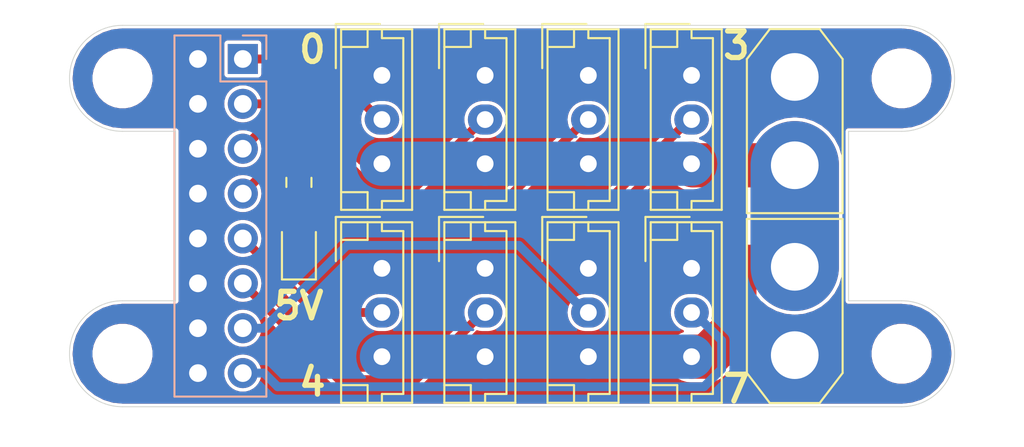
<source format=kicad_pcb>
(kicad_pcb (version 20171130) (host pcbnew "(5.1.4)-1")

  (general
    (thickness 1.6)
    (drawings 17)
    (tracks 78)
    (zones 0)
    (modules 17)
    (nets 15)
  )

  (page A4)
  (layers
    (0 F.Cu signal)
    (31 B.Cu signal)
    (32 B.Adhes user)
    (33 F.Adhes user)
    (34 B.Paste user)
    (35 F.Paste user)
    (36 B.SilkS user)
    (37 F.SilkS user)
    (38 B.Mask user)
    (39 F.Mask user)
    (40 Dwgs.User user)
    (41 Cmts.User user)
    (42 Eco1.User user)
    (43 Eco2.User user)
    (44 Edge.Cuts user)
    (45 Margin user)
    (46 B.CrtYd user)
    (47 F.CrtYd user)
    (48 B.Fab user)
    (49 F.Fab user)
  )

  (setup
    (last_trace_width 0.5)
    (user_trace_width 0.5)
    (user_trace_width 1.5)
    (user_trace_width 2.5)
    (user_trace_width 5)
    (trace_clearance 0.2)
    (zone_clearance 0.15)
    (zone_45_only no)
    (trace_min 0.2)
    (via_size 0.8)
    (via_drill 0.4)
    (via_min_size 0.4)
    (via_min_drill 0.3)
    (uvia_size 0.3)
    (uvia_drill 0.1)
    (uvias_allowed no)
    (uvia_min_size 0.2)
    (uvia_min_drill 0.1)
    (edge_width 0.05)
    (segment_width 0.2)
    (pcb_text_width 0.3)
    (pcb_text_size 1.5 1.5)
    (mod_edge_width 0.12)
    (mod_text_size 1 1)
    (mod_text_width 0.15)
    (pad_size 3 3)
    (pad_drill 3)
    (pad_to_mask_clearance 0.051)
    (solder_mask_min_width 0.25)
    (aux_axis_origin 0 0)
    (visible_elements FFFFFF7F)
    (pcbplotparams
      (layerselection 0x010fc_ffffffff)
      (usegerberextensions false)
      (usegerberattributes false)
      (usegerberadvancedattributes false)
      (creategerberjobfile false)
      (excludeedgelayer true)
      (linewidth 0.100000)
      (plotframeref false)
      (viasonmask false)
      (mode 1)
      (useauxorigin false)
      (hpglpennumber 1)
      (hpglpenspeed 20)
      (hpglpendiameter 15.000000)
      (psnegative false)
      (psa4output false)
      (plotreference true)
      (plotvalue true)
      (plotinvisibletext false)
      (padsonsilk false)
      (subtractmaskfromsilk false)
      (outputformat 1)
      (mirror false)
      (drillshape 0)
      (scaleselection 1)
      (outputdirectory "FadeCandyV1.0_Gerbers/"))
  )

  (net 0 "")
  (net 1 GND)
  (net 2 "Net-(D1-Pad2)")
  (net 3 D1)
  (net 4 VCC)
  (net 5 D2)
  (net 6 D3)
  (net 7 D4)
  (net 8 D5)
  (net 9 D6)
  (net 10 D7)
  (net 11 D8)
  (net 12 "Net-(H2-Pad1)")
  (net 13 "Net-(H3-Pad1)")
  (net 14 "Net-(H4-Pad1)")

  (net_class Default "This is the default net class."
    (clearance 0.2)
    (trace_width 0.25)
    (via_dia 0.8)
    (via_drill 0.4)
    (uvia_dia 0.3)
    (uvia_drill 0.1)
    (add_net D1)
    (add_net D2)
    (add_net D3)
    (add_net D4)
    (add_net D5)
    (add_net D6)
    (add_net D7)
    (add_net D8)
    (add_net GND)
    (add_net "Net-(D1-Pad2)")
    (add_net "Net-(H2-Pad1)")
    (add_net "Net-(H3-Pad1)")
    (add_net "Net-(H4-Pad1)")
    (add_net VCC)
  )

  (module MountingHole:MountingHole_3mm (layer F.Cu) (tedit 56D1B4CB) (tstamp 617435AA)
    (at 41.1 19.225)
    (descr "Mounting Hole 3mm, no annular")
    (tags "mounting hole 3mm no annular")
    (path /61796CCA)
    (attr virtual)
    (fp_text reference H4 (at 0 -4) (layer F.SilkS) hide
      (effects (font (size 1 1) (thickness 0.15)))
    )
    (fp_text value MountingHole_Pad (at 0 4) (layer F.Fab)
      (effects (font (size 1 1) (thickness 0.15)))
    )
    (fp_circle (center 0 0) (end 3.25 0) (layer F.CrtYd) (width 0.05))
    (fp_circle (center 0 0) (end 3 0) (layer Cmts.User) (width 0.15))
    (fp_text user %R (at 0.3 0) (layer F.Fab)
      (effects (font (size 1 1) (thickness 0.15)))
    )
    (pad 1 np_thru_hole circle (at 0 0) (size 3 3) (drill 3) (layers *.Cu *.Mask)
      (net 14 "Net-(H4-Pad1)"))
  )

  (module MountingHole:MountingHole_3mm (layer F.Cu) (tedit 56D1B4CB) (tstamp 617435A2)
    (at -3 19.225)
    (descr "Mounting Hole 3mm, no annular")
    (tags "mounting hole 3mm no annular")
    (path /61796CBE)
    (attr virtual)
    (fp_text reference H3 (at -0.175 -20.114) (layer F.SilkS) hide
      (effects (font (size 1 1) (thickness 0.15)))
    )
    (fp_text value MountingHole_Pad (at 0 4) (layer F.Fab)
      (effects (font (size 1 1) (thickness 0.15)))
    )
    (fp_circle (center 0 0) (end 3.25 0) (layer F.CrtYd) (width 0.05))
    (fp_circle (center 0 0) (end 3 0) (layer Cmts.User) (width 0.15))
    (fp_text user %R (at 0.3 0) (layer F.Fab)
      (effects (font (size 1 1) (thickness 0.15)))
    )
    (pad 1 np_thru_hole circle (at 0 0) (size 3 3) (drill 3) (layers *.Cu *.Mask)
      (net 13 "Net-(H3-Pad1)"))
  )

  (module MountingHole:MountingHole_3mm (layer F.Cu) (tedit 56D1B4CB) (tstamp 61745AEF)
    (at 41.1 3.635)
    (descr "Mounting Hole 3mm, no annular")
    (tags "mounting hole 3mm no annular")
    (path /61794528)
    (attr virtual)
    (fp_text reference H2 (at 0 -4) (layer F.SilkS) hide
      (effects (font (size 1 1) (thickness 0.15)))
    )
    (fp_text value MountingHole_Pad (at 0 4) (layer F.Fab)
      (effects (font (size 1 1) (thickness 0.15)))
    )
    (fp_circle (center 0 0) (end 3.25 0) (layer F.CrtYd) (width 0.05))
    (fp_circle (center 0 0) (end 3 0) (layer Cmts.User) (width 0.15))
    (fp_text user %R (at 0.3 0) (layer F.Fab)
      (effects (font (size 1 1) (thickness 0.15)))
    )
    (pad 1 np_thru_hole circle (at 0 0) (size 3 3) (drill 3) (layers *.Cu *.Mask)
      (net 12 "Net-(H2-Pad1)"))
  )

  (module MountingHole:MountingHole_3mm (layer F.Cu) (tedit 61741E60) (tstamp 61743592)
    (at -3 3.635)
    (descr "Mounting Hole 3mm, no annular")
    (tags "mounting hole 3mm no annular")
    (path /617926A1)
    (attr virtual)
    (fp_text reference H1 (at 0 -4) (layer F.SilkS) hide
      (effects (font (size 1 1) (thickness 0.15)))
    )
    (fp_text value MountingHole_Pad (at 0 4) (layer F.Fab)
      (effects (font (size 1 1) (thickness 0.15)))
    )
    (fp_circle (center 0 0) (end 3.25 0) (layer F.CrtYd) (width 0.05))
    (fp_circle (center 0 0) (end 3 0) (layer Cmts.User) (width 0.15))
    (fp_text user %R (at 0.3 0) (layer F.Fab)
      (effects (font (size 1 1) (thickness 0.15)))
    )
    (pad "" np_thru_hole circle (at 0 0) (size 3 3) (drill 3) (layers *.Cu *.Mask))
  )

  (module LED_SMD:LED_0805_2012Metric (layer F.Cu) (tedit 5B36C52C) (tstamp 617418C3)
    (at 6.985 13.335 90)
    (descr "LED SMD 0805 (2012 Metric), square (rectangular) end terminal, IPC_7351 nominal, (Body size source: https://docs.google.com/spreadsheets/d/1BsfQQcO9C6DZCsRaXUlFlo91Tg2WpOkGARC1WS5S8t0/edit?usp=sharing), generated with kicad-footprint-generator")
    (tags diode)
    (path /61708840)
    (attr smd)
    (fp_text reference D1 (at -2.54 0 180) (layer F.SilkS) hide
      (effects (font (size 1 1) (thickness 0.15)))
    )
    (fp_text value LED_O (at 0 1.65 90) (layer F.Fab)
      (effects (font (size 1 1) (thickness 0.15)))
    )
    (fp_line (start 1 -0.6) (end -0.7 -0.6) (layer F.Fab) (width 0.1))
    (fp_line (start -0.7 -0.6) (end -1 -0.3) (layer F.Fab) (width 0.1))
    (fp_line (start -1 -0.3) (end -1 0.6) (layer F.Fab) (width 0.1))
    (fp_line (start -1 0.6) (end 1 0.6) (layer F.Fab) (width 0.1))
    (fp_line (start 1 0.6) (end 1 -0.6) (layer F.Fab) (width 0.1))
    (fp_line (start 1 -0.96) (end -1.685 -0.96) (layer F.SilkS) (width 0.12))
    (fp_line (start -1.685 -0.96) (end -1.685 0.96) (layer F.SilkS) (width 0.12))
    (fp_line (start -1.685 0.96) (end 1 0.96) (layer F.SilkS) (width 0.12))
    (fp_line (start -1.68 0.95) (end -1.68 -0.95) (layer F.CrtYd) (width 0.05))
    (fp_line (start -1.68 -0.95) (end 1.68 -0.95) (layer F.CrtYd) (width 0.05))
    (fp_line (start 1.68 -0.95) (end 1.68 0.95) (layer F.CrtYd) (width 0.05))
    (fp_line (start 1.68 0.95) (end -1.68 0.95) (layer F.CrtYd) (width 0.05))
    (fp_text user %R (at 0 0 90) (layer F.Fab)
      (effects (font (size 0.5 0.5) (thickness 0.08)))
    )
    (pad 1 smd roundrect (at -0.9375 0 90) (size 0.975 1.4) (layers F.Cu F.Paste F.Mask) (roundrect_rratio 0.25)
      (net 1 GND))
    (pad 2 smd roundrect (at 0.9375 0 90) (size 0.975 1.4) (layers F.Cu F.Paste F.Mask) (roundrect_rratio 0.25)
      (net 2 "Net-(D1-Pad2)"))
    (model ${KISYS3DMOD}/LED_SMD.3dshapes/LED_0805_2012Metric.wrl
      (at (xyz 0 0 0))
      (scale (xyz 1 1 1))
      (rotate (xyz 0 0 0))
    )
  )

  (module Connector_JST:JST_EH_B3B-EH-A_1x03_P2.50mm_Vertical (layer F.Cu) (tedit 5C28142C) (tstamp 617418E4)
    (at 11.684 3.469 270)
    (descr "JST EH series connector, B3B-EH-A (http://www.jst-mfg.com/product/pdf/eng/eEH.pdf), generated with kicad-footprint-generator")
    (tags "connector JST EH vertical")
    (path /616D995D)
    (fp_text reference J1 (at 2.5 -2.8 90) (layer F.SilkS) hide
      (effects (font (size 1 1) (thickness 0.15)))
    )
    (fp_text value Conn_01x03_Male (at 2.5 3.4 90) (layer F.Fab)
      (effects (font (size 1 1) (thickness 0.15)))
    )
    (fp_line (start -2.5 -1.6) (end -2.5 2.2) (layer F.Fab) (width 0.1))
    (fp_line (start -2.5 2.2) (end 7.5 2.2) (layer F.Fab) (width 0.1))
    (fp_line (start 7.5 2.2) (end 7.5 -1.6) (layer F.Fab) (width 0.1))
    (fp_line (start 7.5 -1.6) (end -2.5 -1.6) (layer F.Fab) (width 0.1))
    (fp_line (start -3 -2.1) (end -3 2.7) (layer F.CrtYd) (width 0.05))
    (fp_line (start -3 2.7) (end 8 2.7) (layer F.CrtYd) (width 0.05))
    (fp_line (start 8 2.7) (end 8 -2.1) (layer F.CrtYd) (width 0.05))
    (fp_line (start 8 -2.1) (end -3 -2.1) (layer F.CrtYd) (width 0.05))
    (fp_line (start -2.61 -1.71) (end -2.61 2.31) (layer F.SilkS) (width 0.12))
    (fp_line (start -2.61 2.31) (end 7.61 2.31) (layer F.SilkS) (width 0.12))
    (fp_line (start 7.61 2.31) (end 7.61 -1.71) (layer F.SilkS) (width 0.12))
    (fp_line (start 7.61 -1.71) (end -2.61 -1.71) (layer F.SilkS) (width 0.12))
    (fp_line (start -2.61 0) (end -2.11 0) (layer F.SilkS) (width 0.12))
    (fp_line (start -2.11 0) (end -2.11 -1.21) (layer F.SilkS) (width 0.12))
    (fp_line (start -2.11 -1.21) (end 7.11 -1.21) (layer F.SilkS) (width 0.12))
    (fp_line (start 7.11 -1.21) (end 7.11 0) (layer F.SilkS) (width 0.12))
    (fp_line (start 7.11 0) (end 7.61 0) (layer F.SilkS) (width 0.12))
    (fp_line (start -2.61 0.81) (end -1.61 0.81) (layer F.SilkS) (width 0.12))
    (fp_line (start -1.61 0.81) (end -1.61 2.31) (layer F.SilkS) (width 0.12))
    (fp_line (start 7.61 0.81) (end 6.61 0.81) (layer F.SilkS) (width 0.12))
    (fp_line (start 6.61 0.81) (end 6.61 2.31) (layer F.SilkS) (width 0.12))
    (fp_line (start -2.91 0.11) (end -2.91 2.61) (layer F.SilkS) (width 0.12))
    (fp_line (start -2.91 2.61) (end -0.41 2.61) (layer F.SilkS) (width 0.12))
    (fp_line (start -2.91 0.11) (end -2.91 2.61) (layer F.Fab) (width 0.1))
    (fp_line (start -2.91 2.61) (end -0.41 2.61) (layer F.Fab) (width 0.1))
    (fp_text user %R (at 2.5 1.5 90) (layer F.Fab)
      (effects (font (size 1 1) (thickness 0.15)))
    )
    (pad 1 thru_hole roundrect (at 0 0 270) (size 1.7 1.95) (drill 0.95) (layers *.Cu *.Mask) (roundrect_rratio 0.147059)
      (net 1 GND))
    (pad 2 thru_hole oval (at 2.5 0 270) (size 1.7 1.95) (drill 0.95) (layers *.Cu *.Mask)
      (net 3 D1))
    (pad 3 thru_hole oval (at 5 0 270) (size 1.7 1.95) (drill 0.95) (layers *.Cu *.Mask)
      (net 4 VCC))
    (model ${KISYS3DMOD}/Connector_JST.3dshapes/JST_EH_B3B-EH-A_1x03_P2.50mm_Vertical.wrl
      (at (xyz 0 0 0))
      (scale (xyz 1 1 1))
      (rotate (xyz 0 0 0))
    )
  )

  (module Connector_AMASS:AMASS_XT30U-M_1x02_P5.0mm_Vertical (layer F.Cu) (tedit 5C8E9CCA) (tstamp 617418FF)
    (at 35.052 3.556 270)
    (descr "Connector XT30 Vertical Cable Male, https://www.tme.eu/en/Document/3cbfa5cfa544d79584972dd5234a409e/XT30U%20SPEC.pdf")
    (tags "RC Connector XT30")
    (path /616F30B3)
    (fp_text reference J2 (at -1.397 3.429 90) (layer F.SilkS) hide
      (effects (font (size 1 1) (thickness 0.15)))
    )
    (fp_text value Conn_01x02_Male (at 2.5 4 90) (layer F.Fab)
      (effects (font (size 1 1) (thickness 0.15)))
    )
    (fp_text user %R (at 2.5 0 90) (layer F.Fab)
      (effects (font (size 1 1) (thickness 0.15)))
    )
    (fp_line (start -2.6 -1.3) (end -2.6 1.3) (layer F.Fab) (width 0.1))
    (fp_line (start 7.6 -2.6) (end 7.6 2.6) (layer F.Fab) (width 0.1))
    (fp_line (start -0.9 -2.6) (end 7.6 -2.6) (layer F.Fab) (width 0.1))
    (fp_line (start -0.9 2.6) (end 7.6 2.6) (layer F.Fab) (width 0.1))
    (fp_line (start -2.6 -1.3) (end -0.9 -2.6) (layer F.Fab) (width 0.1))
    (fp_line (start -2.6 1.3) (end -0.9 2.6) (layer F.Fab) (width 0.1))
    (fp_line (start -1.01 -2.71) (end 7.71 -2.71) (layer F.SilkS) (width 0.12))
    (fp_line (start 7.71 -2.71) (end 7.71 2.71) (layer F.SilkS) (width 0.12))
    (fp_line (start -1.01 2.71) (end 7.71 2.71) (layer F.SilkS) (width 0.12))
    (fp_line (start -2.71 -1.41) (end -1.01 -2.71) (layer F.SilkS) (width 0.12))
    (fp_line (start -2.71 1.41) (end -1.01 2.71) (layer F.SilkS) (width 0.12))
    (fp_line (start -2.71 -1.41) (end -2.71 1.41) (layer F.SilkS) (width 0.12))
    (fp_line (start -1.4 -3.1) (end 8.1 -3.1) (layer F.CrtYd) (width 0.05))
    (fp_line (start 8.1 -3.1) (end 8.1 3.1) (layer F.CrtYd) (width 0.05))
    (fp_line (start -3.1 -1.8) (end -3.1 1.8) (layer F.CrtYd) (width 0.05))
    (fp_line (start -1.4 3.1) (end 8.1 3.1) (layer F.CrtYd) (width 0.05))
    (fp_line (start -3.1 -1.8) (end -1.4 -3.1) (layer F.CrtYd) (width 0.05))
    (fp_line (start -3.1 1.8) (end -1.4 3.1) (layer F.CrtYd) (width 0.05))
    (fp_text user + (at 9 0 90) (layer F.SilkS) hide
      (effects (font (size 1.5 1.5) (thickness 0.15)))
    )
    (fp_text user - (at -4 0 90) (layer F.SilkS) hide
      (effects (font (size 1.5 1.5) (thickness 0.15)))
    )
    (pad 1 thru_hole rect (at 0 0 270) (size 3.8 3.8) (drill 2.7) (layers *.Cu *.Mask)
      (net 1 GND))
    (pad 2 thru_hole circle (at 5 0 270) (size 3.8 3.8) (drill 2.7) (layers *.Cu *.Mask)
      (net 4 VCC))
    (model ${KISYS3DMOD}/Connector_AMASS.3dshapes/AMASS_XT30U-M_1x02_P5.0mm_Vertical.wrl
      (at (xyz 0 0 0))
      (scale (xyz 1 1 1))
      (rotate (xyz 0 0 0))
    )
  )

  (module Connector_JST:JST_EH_B3B-EH-A_1x03_P2.50mm_Vertical (layer F.Cu) (tedit 5C28142C) (tstamp 61741920)
    (at 17.526 3.469 270)
    (descr "JST EH series connector, B3B-EH-A (http://www.jst-mfg.com/product/pdf/eng/eEH.pdf), generated with kicad-footprint-generator")
    (tags "connector JST EH vertical")
    (path /617280F3)
    (fp_text reference e (at 2.5 -2.8 90) (layer F.SilkS) hide
      (effects (font (size 1 1) (thickness 0.15)))
    )
    (fp_text value Conn_01x03_Male (at 2.5 3.4 90) (layer F.Fab)
      (effects (font (size 1 1) (thickness 0.15)))
    )
    (fp_text user %R (at 2.5 1.5 90) (layer F.Fab)
      (effects (font (size 1 1) (thickness 0.15)))
    )
    (fp_line (start -2.91 2.61) (end -0.41 2.61) (layer F.Fab) (width 0.1))
    (fp_line (start -2.91 0.11) (end -2.91 2.61) (layer F.Fab) (width 0.1))
    (fp_line (start -2.91 2.61) (end -0.41 2.61) (layer F.SilkS) (width 0.12))
    (fp_line (start -2.91 0.11) (end -2.91 2.61) (layer F.SilkS) (width 0.12))
    (fp_line (start 6.61 0.81) (end 6.61 2.31) (layer F.SilkS) (width 0.12))
    (fp_line (start 7.61 0.81) (end 6.61 0.81) (layer F.SilkS) (width 0.12))
    (fp_line (start -1.61 0.81) (end -1.61 2.31) (layer F.SilkS) (width 0.12))
    (fp_line (start -2.61 0.81) (end -1.61 0.81) (layer F.SilkS) (width 0.12))
    (fp_line (start 7.11 0) (end 7.61 0) (layer F.SilkS) (width 0.12))
    (fp_line (start 7.11 -1.21) (end 7.11 0) (layer F.SilkS) (width 0.12))
    (fp_line (start -2.11 -1.21) (end 7.11 -1.21) (layer F.SilkS) (width 0.12))
    (fp_line (start -2.11 0) (end -2.11 -1.21) (layer F.SilkS) (width 0.12))
    (fp_line (start -2.61 0) (end -2.11 0) (layer F.SilkS) (width 0.12))
    (fp_line (start 7.61 -1.71) (end -2.61 -1.71) (layer F.SilkS) (width 0.12))
    (fp_line (start 7.61 2.31) (end 7.61 -1.71) (layer F.SilkS) (width 0.12))
    (fp_line (start -2.61 2.31) (end 7.61 2.31) (layer F.SilkS) (width 0.12))
    (fp_line (start -2.61 -1.71) (end -2.61 2.31) (layer F.SilkS) (width 0.12))
    (fp_line (start 8 -2.1) (end -3 -2.1) (layer F.CrtYd) (width 0.05))
    (fp_line (start 8 2.7) (end 8 -2.1) (layer F.CrtYd) (width 0.05))
    (fp_line (start -3 2.7) (end 8 2.7) (layer F.CrtYd) (width 0.05))
    (fp_line (start -3 -2.1) (end -3 2.7) (layer F.CrtYd) (width 0.05))
    (fp_line (start 7.5 -1.6) (end -2.5 -1.6) (layer F.Fab) (width 0.1))
    (fp_line (start 7.5 2.2) (end 7.5 -1.6) (layer F.Fab) (width 0.1))
    (fp_line (start -2.5 2.2) (end 7.5 2.2) (layer F.Fab) (width 0.1))
    (fp_line (start -2.5 -1.6) (end -2.5 2.2) (layer F.Fab) (width 0.1))
    (pad 3 thru_hole oval (at 5 0 270) (size 1.7 1.95) (drill 0.95) (layers *.Cu *.Mask)
      (net 4 VCC))
    (pad 2 thru_hole oval (at 2.5 0 270) (size 1.7 1.95) (drill 0.95) (layers *.Cu *.Mask)
      (net 5 D2))
    (pad 1 thru_hole roundrect (at 0 0 270) (size 1.7 1.95) (drill 0.95) (layers *.Cu *.Mask) (roundrect_rratio 0.147059)
      (net 1 GND))
    (model ${KISYS3DMOD}/Connector_JST.3dshapes/JST_EH_B3B-EH-A_1x03_P2.50mm_Vertical.wrl
      (at (xyz 0 0 0))
      (scale (xyz 1 1 1))
      (rotate (xyz 0 0 0))
    )
  )

  (module Connector_AMASS:AMASS_XT30U-F_1x02_P5.0mm_Vertical (layer F.Cu) (tedit 5C8E9CDA) (tstamp 6174193B)
    (at 35.052 19.304 90)
    (descr "Connector XT30 Vertical Cable Female, https://www.tme.eu/en/Document/3cbfa5cfa544d79584972dd5234a409e/XT30U%20SPEC.pdf")
    (tags "RC Connector XT30")
    (path /6176CA47)
    (fp_text reference J4 (at -2.159 3.175 90) (layer F.SilkS) hide
      (effects (font (size 1 1) (thickness 0.15)))
    )
    (fp_text value Conn_01x02_Female (at 2.5 4 90) (layer F.Fab)
      (effects (font (size 1 1) (thickness 0.15)))
    )
    (fp_text user %R (at 2.5 0 90) (layer F.Fab)
      (effects (font (size 1 1) (thickness 0.15)))
    )
    (fp_line (start -2.6 -1.3) (end -2.6 1.3) (layer F.Fab) (width 0.1))
    (fp_line (start 7.6 -2.6) (end 7.6 2.6) (layer F.Fab) (width 0.1))
    (fp_line (start -0.9 -2.6) (end 7.6 -2.6) (layer F.Fab) (width 0.1))
    (fp_line (start -0.9 2.6) (end 7.6 2.6) (layer F.Fab) (width 0.1))
    (fp_line (start -2.6 -1.3) (end -0.9 -2.6) (layer F.Fab) (width 0.1))
    (fp_line (start -2.6 1.3) (end -0.9 2.6) (layer F.Fab) (width 0.1))
    (fp_line (start -1.01 -2.71) (end 7.71 -2.71) (layer F.SilkS) (width 0.12))
    (fp_line (start 7.71 -2.71) (end 7.71 2.71) (layer F.SilkS) (width 0.12))
    (fp_line (start -1.01 2.71) (end 7.71 2.71) (layer F.SilkS) (width 0.12))
    (fp_line (start -2.71 -1.41) (end -1.01 -2.71) (layer F.SilkS) (width 0.12))
    (fp_line (start -2.71 1.41) (end -1.01 2.71) (layer F.SilkS) (width 0.12))
    (fp_line (start -2.71 -1.41) (end -2.71 1.41) (layer F.SilkS) (width 0.12))
    (fp_line (start -1.4 -3.1) (end 8.1 -3.1) (layer F.CrtYd) (width 0.05))
    (fp_line (start 8.1 -3.1) (end 8.1 3.1) (layer F.CrtYd) (width 0.05))
    (fp_line (start -3.1 -1.8) (end -3.1 1.8) (layer F.CrtYd) (width 0.05))
    (fp_line (start -1.4 3.1) (end 8.1 3.1) (layer F.CrtYd) (width 0.05))
    (fp_line (start -3.1 -1.8) (end -1.4 -3.1) (layer F.CrtYd) (width 0.05))
    (fp_line (start -3.1 1.8) (end -1.4 3.1) (layer F.CrtYd) (width 0.05))
    (fp_text user + (at 9 0 90) (layer F.SilkS) hide
      (effects (font (size 1.5 1.5) (thickness 0.15)))
    )
    (fp_text user - (at -4 0 90) (layer F.SilkS) hide
      (effects (font (size 1.5 1.5) (thickness 0.15)))
    )
    (pad 1 thru_hole rect (at 0 0 90) (size 3.8 3.8) (drill 2.7) (layers *.Cu *.Mask)
      (net 1 GND))
    (pad 2 thru_hole circle (at 5 0 90) (size 4 4) (drill 2.7) (layers *.Cu *.Mask)
      (net 4 VCC))
    (model ${KISYS3DMOD}/Connector_AMASS.3dshapes/AMASS_XT30U-F_1x02_P5.0mm_Vertical.wrl
      (at (xyz 0 0 0))
      (scale (xyz 1 1 1))
      (rotate (xyz 0 0 0))
    )
  )

  (module Connector_JST:JST_EH_B3B-EH-A_1x03_P2.50mm_Vertical (layer F.Cu) (tedit 5C28142C) (tstamp 6174195C)
    (at 23.368 3.469 270)
    (descr "JST EH series connector, B3B-EH-A (http://www.jst-mfg.com/product/pdf/eng/eEH.pdf), generated with kicad-footprint-generator")
    (tags "connector JST EH vertical")
    (path /61728D4D)
    (fp_text reference e (at 2.5 -2.8 90) (layer F.SilkS) hide
      (effects (font (size 1 1) (thickness 0.15)))
    )
    (fp_text value Conn_01x03_Male (at 2.5 3.4 90) (layer F.Fab)
      (effects (font (size 1 1) (thickness 0.15)))
    )
    (fp_text user %R (at 2.5 1.5 90) (layer F.Fab)
      (effects (font (size 1 1) (thickness 0.15)))
    )
    (fp_line (start -2.91 2.61) (end -0.41 2.61) (layer F.Fab) (width 0.1))
    (fp_line (start -2.91 0.11) (end -2.91 2.61) (layer F.Fab) (width 0.1))
    (fp_line (start -2.91 2.61) (end -0.41 2.61) (layer F.SilkS) (width 0.12))
    (fp_line (start -2.91 0.11) (end -2.91 2.61) (layer F.SilkS) (width 0.12))
    (fp_line (start 6.61 0.81) (end 6.61 2.31) (layer F.SilkS) (width 0.12))
    (fp_line (start 7.61 0.81) (end 6.61 0.81) (layer F.SilkS) (width 0.12))
    (fp_line (start -1.61 0.81) (end -1.61 2.31) (layer F.SilkS) (width 0.12))
    (fp_line (start -2.61 0.81) (end -1.61 0.81) (layer F.SilkS) (width 0.12))
    (fp_line (start 7.11 0) (end 7.61 0) (layer F.SilkS) (width 0.12))
    (fp_line (start 7.11 -1.21) (end 7.11 0) (layer F.SilkS) (width 0.12))
    (fp_line (start -2.11 -1.21) (end 7.11 -1.21) (layer F.SilkS) (width 0.12))
    (fp_line (start -2.11 0) (end -2.11 -1.21) (layer F.SilkS) (width 0.12))
    (fp_line (start -2.61 0) (end -2.11 0) (layer F.SilkS) (width 0.12))
    (fp_line (start 7.61 -1.71) (end -2.61 -1.71) (layer F.SilkS) (width 0.12))
    (fp_line (start 7.61 2.31) (end 7.61 -1.71) (layer F.SilkS) (width 0.12))
    (fp_line (start -2.61 2.31) (end 7.61 2.31) (layer F.SilkS) (width 0.12))
    (fp_line (start -2.61 -1.71) (end -2.61 2.31) (layer F.SilkS) (width 0.12))
    (fp_line (start 8 -2.1) (end -3 -2.1) (layer F.CrtYd) (width 0.05))
    (fp_line (start 8 2.7) (end 8 -2.1) (layer F.CrtYd) (width 0.05))
    (fp_line (start -3 2.7) (end 8 2.7) (layer F.CrtYd) (width 0.05))
    (fp_line (start -3 -2.1) (end -3 2.7) (layer F.CrtYd) (width 0.05))
    (fp_line (start 7.5 -1.6) (end -2.5 -1.6) (layer F.Fab) (width 0.1))
    (fp_line (start 7.5 2.2) (end 7.5 -1.6) (layer F.Fab) (width 0.1))
    (fp_line (start -2.5 2.2) (end 7.5 2.2) (layer F.Fab) (width 0.1))
    (fp_line (start -2.5 -1.6) (end -2.5 2.2) (layer F.Fab) (width 0.1))
    (pad 3 thru_hole oval (at 5 0 270) (size 1.7 1.95) (drill 0.95) (layers *.Cu *.Mask)
      (net 4 VCC))
    (pad 2 thru_hole oval (at 2.5 0 270) (size 1.7 1.95) (drill 0.95) (layers *.Cu *.Mask)
      (net 6 D3))
    (pad 1 thru_hole roundrect (at 0 0 270) (size 1.7 1.95) (drill 0.95) (layers *.Cu *.Mask) (roundrect_rratio 0.147059)
      (net 1 GND))
    (model ${KISYS3DMOD}/Connector_JST.3dshapes/JST_EH_B3B-EH-A_1x03_P2.50mm_Vertical.wrl
      (at (xyz 0 0 0))
      (scale (xyz 1 1 1))
      (rotate (xyz 0 0 0))
    )
  )

  (module Connector_JST:JST_EH_B3B-EH-A_1x03_P2.50mm_Vertical (layer F.Cu) (tedit 5C28142C) (tstamp 6174197D)
    (at 29.21 3.469 270)
    (descr "JST EH series connector, B3B-EH-A (http://www.jst-mfg.com/product/pdf/eng/eEH.pdf), generated with kicad-footprint-generator")
    (tags "connector JST EH vertical")
    (path /617285EE)
    (fp_text reference J6 (at 2.881 -2.413 90) (layer F.SilkS) hide
      (effects (font (size 1 1) (thickness 0.15)))
    )
    (fp_text value Conn_01x03_Male (at 2.5 3.4 90) (layer F.Fab)
      (effects (font (size 1 1) (thickness 0.15)))
    )
    (fp_line (start -2.5 -1.6) (end -2.5 2.2) (layer F.Fab) (width 0.1))
    (fp_line (start -2.5 2.2) (end 7.5 2.2) (layer F.Fab) (width 0.1))
    (fp_line (start 7.5 2.2) (end 7.5 -1.6) (layer F.Fab) (width 0.1))
    (fp_line (start 7.5 -1.6) (end -2.5 -1.6) (layer F.Fab) (width 0.1))
    (fp_line (start -3 -2.1) (end -3 2.7) (layer F.CrtYd) (width 0.05))
    (fp_line (start -3 2.7) (end 8 2.7) (layer F.CrtYd) (width 0.05))
    (fp_line (start 8 2.7) (end 8 -2.1) (layer F.CrtYd) (width 0.05))
    (fp_line (start 8 -2.1) (end -3 -2.1) (layer F.CrtYd) (width 0.05))
    (fp_line (start -2.61 -1.71) (end -2.61 2.31) (layer F.SilkS) (width 0.12))
    (fp_line (start -2.61 2.31) (end 7.61 2.31) (layer F.SilkS) (width 0.12))
    (fp_line (start 7.61 2.31) (end 7.61 -1.71) (layer F.SilkS) (width 0.12))
    (fp_line (start 7.61 -1.71) (end -2.61 -1.71) (layer F.SilkS) (width 0.12))
    (fp_line (start -2.61 0) (end -2.11 0) (layer F.SilkS) (width 0.12))
    (fp_line (start -2.11 0) (end -2.11 -1.21) (layer F.SilkS) (width 0.12))
    (fp_line (start -2.11 -1.21) (end 7.11 -1.21) (layer F.SilkS) (width 0.12))
    (fp_line (start 7.11 -1.21) (end 7.11 0) (layer F.SilkS) (width 0.12))
    (fp_line (start 7.11 0) (end 7.61 0) (layer F.SilkS) (width 0.12))
    (fp_line (start -2.61 0.81) (end -1.61 0.81) (layer F.SilkS) (width 0.12))
    (fp_line (start -1.61 0.81) (end -1.61 2.31) (layer F.SilkS) (width 0.12))
    (fp_line (start 7.61 0.81) (end 6.61 0.81) (layer F.SilkS) (width 0.12))
    (fp_line (start 6.61 0.81) (end 6.61 2.31) (layer F.SilkS) (width 0.12))
    (fp_line (start -2.91 0.11) (end -2.91 2.61) (layer F.SilkS) (width 0.12))
    (fp_line (start -2.91 2.61) (end -0.41 2.61) (layer F.SilkS) (width 0.12))
    (fp_line (start -2.91 0.11) (end -2.91 2.61) (layer F.Fab) (width 0.1))
    (fp_line (start -2.91 2.61) (end -0.41 2.61) (layer F.Fab) (width 0.1))
    (fp_text user %R (at 2.5 1.5 90) (layer F.Fab)
      (effects (font (size 1 1) (thickness 0.15)))
    )
    (pad 1 thru_hole roundrect (at 0 0 270) (size 1.7 1.95) (drill 0.95) (layers *.Cu *.Mask) (roundrect_rratio 0.147059)
      (net 1 GND))
    (pad 2 thru_hole oval (at 2.5 0 270) (size 1.7 1.95) (drill 0.95) (layers *.Cu *.Mask)
      (net 7 D4))
    (pad 3 thru_hole oval (at 5 0 270) (size 1.7 1.95) (drill 0.95) (layers *.Cu *.Mask)
      (net 4 VCC))
    (model ${KISYS3DMOD}/Connector_JST.3dshapes/JST_EH_B3B-EH-A_1x03_P2.50mm_Vertical.wrl
      (at (xyz 0 0 0))
      (scale (xyz 1 1 1))
      (rotate (xyz 0 0 0))
    )
  )

  (module Connector_JST:JST_EH_B3B-EH-A_1x03_P2.50mm_Vertical (layer F.Cu) (tedit 5C28142C) (tstamp 6174199E)
    (at 11.684 14.391 270)
    (descr "JST EH series connector, B3B-EH-A (http://www.jst-mfg.com/product/pdf/eng/eEH.pdf), generated with kicad-footprint-generator")
    (tags "connector JST EH vertical")
    (path /617293D6)
    (fp_text reference J7 (at 2.5 -2.8 90) (layer F.SilkS) hide
      (effects (font (size 1 1) (thickness 0.15)))
    )
    (fp_text value Conn_01x03_Male (at 2.5 3.4 90) (layer F.Fab)
      (effects (font (size 1 1) (thickness 0.15)))
    )
    (fp_line (start -2.5 -1.6) (end -2.5 2.2) (layer F.Fab) (width 0.1))
    (fp_line (start -2.5 2.2) (end 7.5 2.2) (layer F.Fab) (width 0.1))
    (fp_line (start 7.5 2.2) (end 7.5 -1.6) (layer F.Fab) (width 0.1))
    (fp_line (start 7.5 -1.6) (end -2.5 -1.6) (layer F.Fab) (width 0.1))
    (fp_line (start -3 -2.1) (end -3 2.7) (layer F.CrtYd) (width 0.05))
    (fp_line (start -3 2.7) (end 8 2.7) (layer F.CrtYd) (width 0.05))
    (fp_line (start 8 2.7) (end 8 -2.1) (layer F.CrtYd) (width 0.05))
    (fp_line (start 8 -2.1) (end -3 -2.1) (layer F.CrtYd) (width 0.05))
    (fp_line (start -2.61 -1.71) (end -2.61 2.31) (layer F.SilkS) (width 0.12))
    (fp_line (start -2.61 2.31) (end 7.61 2.31) (layer F.SilkS) (width 0.12))
    (fp_line (start 7.61 2.31) (end 7.61 -1.71) (layer F.SilkS) (width 0.12))
    (fp_line (start 7.61 -1.71) (end -2.61 -1.71) (layer F.SilkS) (width 0.12))
    (fp_line (start -2.61 0) (end -2.11 0) (layer F.SilkS) (width 0.12))
    (fp_line (start -2.11 0) (end -2.11 -1.21) (layer F.SilkS) (width 0.12))
    (fp_line (start -2.11 -1.21) (end 7.11 -1.21) (layer F.SilkS) (width 0.12))
    (fp_line (start 7.11 -1.21) (end 7.11 0) (layer F.SilkS) (width 0.12))
    (fp_line (start 7.11 0) (end 7.61 0) (layer F.SilkS) (width 0.12))
    (fp_line (start -2.61 0.81) (end -1.61 0.81) (layer F.SilkS) (width 0.12))
    (fp_line (start -1.61 0.81) (end -1.61 2.31) (layer F.SilkS) (width 0.12))
    (fp_line (start 7.61 0.81) (end 6.61 0.81) (layer F.SilkS) (width 0.12))
    (fp_line (start 6.61 0.81) (end 6.61 2.31) (layer F.SilkS) (width 0.12))
    (fp_line (start -2.91 0.11) (end -2.91 2.61) (layer F.SilkS) (width 0.12))
    (fp_line (start -2.91 2.61) (end -0.41 2.61) (layer F.SilkS) (width 0.12))
    (fp_line (start -2.91 0.11) (end -2.91 2.61) (layer F.Fab) (width 0.1))
    (fp_line (start -2.91 2.61) (end -0.41 2.61) (layer F.Fab) (width 0.1))
    (fp_text user %R (at 2.5 1.5 90) (layer F.Fab)
      (effects (font (size 1 1) (thickness 0.15)))
    )
    (pad 1 thru_hole roundrect (at 0 0 270) (size 1.7 1.95) (drill 0.95) (layers *.Cu *.Mask) (roundrect_rratio 0.147059)
      (net 1 GND))
    (pad 2 thru_hole oval (at 2.5 0 270) (size 1.7 1.95) (drill 0.95) (layers *.Cu *.Mask)
      (net 8 D5))
    (pad 3 thru_hole oval (at 5 0 270) (size 1.7 1.95) (drill 0.95) (layers *.Cu *.Mask)
      (net 4 VCC))
    (model ${KISYS3DMOD}/Connector_JST.3dshapes/JST_EH_B3B-EH-A_1x03_P2.50mm_Vertical.wrl
      (at (xyz 0 0 0))
      (scale (xyz 1 1 1))
      (rotate (xyz 0 0 0))
    )
  )

  (module Connector_JST:JST_EH_B3B-EH-A_1x03_P2.50mm_Vertical (layer F.Cu) (tedit 5C28142C) (tstamp 617419BF)
    (at 17.526 14.391 270)
    (descr "JST EH series connector, B3B-EH-A (http://www.jst-mfg.com/product/pdf/eng/eEH.pdf), generated with kicad-footprint-generator")
    (tags "connector JST EH vertical")
    (path /6172986C)
    (fp_text reference J8 (at 2.5 -2.8 90) (layer F.SilkS) hide
      (effects (font (size 1 1) (thickness 0.15)))
    )
    (fp_text value Conn_01x03_Male (at 2.5 3.4 90) (layer F.Fab)
      (effects (font (size 1 1) (thickness 0.15)))
    )
    (fp_text user %R (at 2.5 1.5 90) (layer F.Fab)
      (effects (font (size 1 1) (thickness 0.15)))
    )
    (fp_line (start -2.91 2.61) (end -0.41 2.61) (layer F.Fab) (width 0.1))
    (fp_line (start -2.91 0.11) (end -2.91 2.61) (layer F.Fab) (width 0.1))
    (fp_line (start -2.91 2.61) (end -0.41 2.61) (layer F.SilkS) (width 0.12))
    (fp_line (start -2.91 0.11) (end -2.91 2.61) (layer F.SilkS) (width 0.12))
    (fp_line (start 6.61 0.81) (end 6.61 2.31) (layer F.SilkS) (width 0.12))
    (fp_line (start 7.61 0.81) (end 6.61 0.81) (layer F.SilkS) (width 0.12))
    (fp_line (start -1.61 0.81) (end -1.61 2.31) (layer F.SilkS) (width 0.12))
    (fp_line (start -2.61 0.81) (end -1.61 0.81) (layer F.SilkS) (width 0.12))
    (fp_line (start 7.11 0) (end 7.61 0) (layer F.SilkS) (width 0.12))
    (fp_line (start 7.11 -1.21) (end 7.11 0) (layer F.SilkS) (width 0.12))
    (fp_line (start -2.11 -1.21) (end 7.11 -1.21) (layer F.SilkS) (width 0.12))
    (fp_line (start -2.11 0) (end -2.11 -1.21) (layer F.SilkS) (width 0.12))
    (fp_line (start -2.61 0) (end -2.11 0) (layer F.SilkS) (width 0.12))
    (fp_line (start 7.61 -1.71) (end -2.61 -1.71) (layer F.SilkS) (width 0.12))
    (fp_line (start 7.61 2.31) (end 7.61 -1.71) (layer F.SilkS) (width 0.12))
    (fp_line (start -2.61 2.31) (end 7.61 2.31) (layer F.SilkS) (width 0.12))
    (fp_line (start -2.61 -1.71) (end -2.61 2.31) (layer F.SilkS) (width 0.12))
    (fp_line (start 8 -2.1) (end -3 -2.1) (layer F.CrtYd) (width 0.05))
    (fp_line (start 8 2.7) (end 8 -2.1) (layer F.CrtYd) (width 0.05))
    (fp_line (start -3 2.7) (end 8 2.7) (layer F.CrtYd) (width 0.05))
    (fp_line (start -3 -2.1) (end -3 2.7) (layer F.CrtYd) (width 0.05))
    (fp_line (start 7.5 -1.6) (end -2.5 -1.6) (layer F.Fab) (width 0.1))
    (fp_line (start 7.5 2.2) (end 7.5 -1.6) (layer F.Fab) (width 0.1))
    (fp_line (start -2.5 2.2) (end 7.5 2.2) (layer F.Fab) (width 0.1))
    (fp_line (start -2.5 -1.6) (end -2.5 2.2) (layer F.Fab) (width 0.1))
    (pad 3 thru_hole oval (at 5 0 270) (size 1.7 1.95) (drill 0.95) (layers *.Cu *.Mask)
      (net 4 VCC))
    (pad 2 thru_hole oval (at 2.5 0 270) (size 1.7 1.95) (drill 0.95) (layers *.Cu *.Mask)
      (net 9 D6))
    (pad 1 thru_hole roundrect (at 0 0 270) (size 1.7 1.95) (drill 0.95) (layers *.Cu *.Mask) (roundrect_rratio 0.147059)
      (net 1 GND))
    (model ${KISYS3DMOD}/Connector_JST.3dshapes/JST_EH_B3B-EH-A_1x03_P2.50mm_Vertical.wrl
      (at (xyz 0 0 0))
      (scale (xyz 1 1 1))
      (rotate (xyz 0 0 0))
    )
  )

  (module Connector_JST:JST_EH_B3B-EH-A_1x03_P2.50mm_Vertical (layer F.Cu) (tedit 5C28142C) (tstamp 617419E0)
    (at 23.368 14.391 270)
    (descr "JST EH series connector, B3B-EH-A (http://www.jst-mfg.com/product/pdf/eng/eEH.pdf), generated with kicad-footprint-generator")
    (tags "connector JST EH vertical")
    (path /61729C06)
    (fp_text reference J9 (at 2.5 -2.8 90) (layer F.SilkS) hide
      (effects (font (size 1 1) (thickness 0.15)))
    )
    (fp_text value Conn_01x03_Male (at 2.5 3.4 90) (layer F.Fab)
      (effects (font (size 1 1) (thickness 0.15)))
    )
    (fp_line (start -2.5 -1.6) (end -2.5 2.2) (layer F.Fab) (width 0.1))
    (fp_line (start -2.5 2.2) (end 7.5 2.2) (layer F.Fab) (width 0.1))
    (fp_line (start 7.5 2.2) (end 7.5 -1.6) (layer F.Fab) (width 0.1))
    (fp_line (start 7.5 -1.6) (end -2.5 -1.6) (layer F.Fab) (width 0.1))
    (fp_line (start -3 -2.1) (end -3 2.7) (layer F.CrtYd) (width 0.05))
    (fp_line (start -3 2.7) (end 8 2.7) (layer F.CrtYd) (width 0.05))
    (fp_line (start 8 2.7) (end 8 -2.1) (layer F.CrtYd) (width 0.05))
    (fp_line (start 8 -2.1) (end -3 -2.1) (layer F.CrtYd) (width 0.05))
    (fp_line (start -2.61 -1.71) (end -2.61 2.31) (layer F.SilkS) (width 0.12))
    (fp_line (start -2.61 2.31) (end 7.61 2.31) (layer F.SilkS) (width 0.12))
    (fp_line (start 7.61 2.31) (end 7.61 -1.71) (layer F.SilkS) (width 0.12))
    (fp_line (start 7.61 -1.71) (end -2.61 -1.71) (layer F.SilkS) (width 0.12))
    (fp_line (start -2.61 0) (end -2.11 0) (layer F.SilkS) (width 0.12))
    (fp_line (start -2.11 0) (end -2.11 -1.21) (layer F.SilkS) (width 0.12))
    (fp_line (start -2.11 -1.21) (end 7.11 -1.21) (layer F.SilkS) (width 0.12))
    (fp_line (start 7.11 -1.21) (end 7.11 0) (layer F.SilkS) (width 0.12))
    (fp_line (start 7.11 0) (end 7.61 0) (layer F.SilkS) (width 0.12))
    (fp_line (start -2.61 0.81) (end -1.61 0.81) (layer F.SilkS) (width 0.12))
    (fp_line (start -1.61 0.81) (end -1.61 2.31) (layer F.SilkS) (width 0.12))
    (fp_line (start 7.61 0.81) (end 6.61 0.81) (layer F.SilkS) (width 0.12))
    (fp_line (start 6.61 0.81) (end 6.61 2.31) (layer F.SilkS) (width 0.12))
    (fp_line (start -2.91 0.11) (end -2.91 2.61) (layer F.SilkS) (width 0.12))
    (fp_line (start -2.91 2.61) (end -0.41 2.61) (layer F.SilkS) (width 0.12))
    (fp_line (start -2.91 0.11) (end -2.91 2.61) (layer F.Fab) (width 0.1))
    (fp_line (start -2.91 2.61) (end -0.41 2.61) (layer F.Fab) (width 0.1))
    (fp_text user %R (at 2.5 1.5 90) (layer F.Fab)
      (effects (font (size 1 1) (thickness 0.15)))
    )
    (pad 1 thru_hole roundrect (at 0 0 270) (size 1.7 1.95) (drill 0.95) (layers *.Cu *.Mask) (roundrect_rratio 0.147059)
      (net 1 GND))
    (pad 2 thru_hole oval (at 2.5 0 270) (size 1.7 1.95) (drill 0.95) (layers *.Cu *.Mask)
      (net 10 D7))
    (pad 3 thru_hole oval (at 5 0 270) (size 1.7 1.95) (drill 0.95) (layers *.Cu *.Mask)
      (net 4 VCC))
    (model ${KISYS3DMOD}/Connector_JST.3dshapes/JST_EH_B3B-EH-A_1x03_P2.50mm_Vertical.wrl
      (at (xyz 0 0 0))
      (scale (xyz 1 1 1))
      (rotate (xyz 0 0 0))
    )
  )

  (module Connector_JST:JST_EH_B3B-EH-A_1x03_P2.50mm_Vertical (layer F.Cu) (tedit 5C28142C) (tstamp 61741A01)
    (at 29.21 14.391 270)
    (descr "JST EH series connector, B3B-EH-A (http://www.jst-mfg.com/product/pdf/eng/eEH.pdf), generated with kicad-footprint-generator")
    (tags "connector JST EH vertical")
    (path /6172A400)
    (fp_text reference J10 (at 2.5 -2.8 90) (layer F.SilkS) hide
      (effects (font (size 1 1) (thickness 0.15)))
    )
    (fp_text value Conn_01x03_Male (at 2.5 3.4 90) (layer F.Fab)
      (effects (font (size 1 1) (thickness 0.15)))
    )
    (fp_text user %R (at 2.5 1.5 90) (layer F.Fab)
      (effects (font (size 1 1) (thickness 0.15)))
    )
    (fp_line (start -2.91 2.61) (end -0.41 2.61) (layer F.Fab) (width 0.1))
    (fp_line (start -2.91 0.11) (end -2.91 2.61) (layer F.Fab) (width 0.1))
    (fp_line (start -2.91 2.61) (end -0.41 2.61) (layer F.SilkS) (width 0.12))
    (fp_line (start -2.91 0.11) (end -2.91 2.61) (layer F.SilkS) (width 0.12))
    (fp_line (start 6.61 0.81) (end 6.61 2.31) (layer F.SilkS) (width 0.12))
    (fp_line (start 7.61 0.81) (end 6.61 0.81) (layer F.SilkS) (width 0.12))
    (fp_line (start -1.61 0.81) (end -1.61 2.31) (layer F.SilkS) (width 0.12))
    (fp_line (start -2.61 0.81) (end -1.61 0.81) (layer F.SilkS) (width 0.12))
    (fp_line (start 7.11 0) (end 7.61 0) (layer F.SilkS) (width 0.12))
    (fp_line (start 7.11 -1.21) (end 7.11 0) (layer F.SilkS) (width 0.12))
    (fp_line (start -2.11 -1.21) (end 7.11 -1.21) (layer F.SilkS) (width 0.12))
    (fp_line (start -2.11 0) (end -2.11 -1.21) (layer F.SilkS) (width 0.12))
    (fp_line (start -2.61 0) (end -2.11 0) (layer F.SilkS) (width 0.12))
    (fp_line (start 7.61 -1.71) (end -2.61 -1.71) (layer F.SilkS) (width 0.12))
    (fp_line (start 7.61 2.31) (end 7.61 -1.71) (layer F.SilkS) (width 0.12))
    (fp_line (start -2.61 2.31) (end 7.61 2.31) (layer F.SilkS) (width 0.12))
    (fp_line (start -2.61 -1.71) (end -2.61 2.31) (layer F.SilkS) (width 0.12))
    (fp_line (start 8 -2.1) (end -3 -2.1) (layer F.CrtYd) (width 0.05))
    (fp_line (start 8 2.7) (end 8 -2.1) (layer F.CrtYd) (width 0.05))
    (fp_line (start -3 2.7) (end 8 2.7) (layer F.CrtYd) (width 0.05))
    (fp_line (start -3 -2.1) (end -3 2.7) (layer F.CrtYd) (width 0.05))
    (fp_line (start 7.5 -1.6) (end -2.5 -1.6) (layer F.Fab) (width 0.1))
    (fp_line (start 7.5 2.2) (end 7.5 -1.6) (layer F.Fab) (width 0.1))
    (fp_line (start -2.5 2.2) (end 7.5 2.2) (layer F.Fab) (width 0.1))
    (fp_line (start -2.5 -1.6) (end -2.5 2.2) (layer F.Fab) (width 0.1))
    (pad 3 thru_hole oval (at 5 0 270) (size 1.7 1.95) (drill 0.95) (layers *.Cu *.Mask)
      (net 4 VCC))
    (pad 2 thru_hole oval (at 2.5 0 270) (size 1.7 1.95) (drill 0.95) (layers *.Cu *.Mask)
      (net 11 D8))
    (pad 1 thru_hole roundrect (at 0 0 270) (size 1.7 1.95) (drill 0.95) (layers *.Cu *.Mask) (roundrect_rratio 0.147059)
      (net 1 GND))
    (model ${KISYS3DMOD}/Connector_JST.3dshapes/JST_EH_B3B-EH-A_1x03_P2.50mm_Vertical.wrl
      (at (xyz 0 0 0))
      (scale (xyz 1 1 1))
      (rotate (xyz 0 0 0))
    )
  )

  (module Connector_PinHeader_2.54mm:PinHeader_2x08_P2.54mm_Vertical (layer B.Cu) (tedit 59FED5CC) (tstamp 61741A27)
    (at 3.81 2.54 180)
    (descr "Through hole straight pin header, 2x08, 2.54mm pitch, double rows")
    (tags "Through hole pin header THT 2x08 2.54mm double row")
    (path /6172EB8F)
    (fp_text reference J11 (at 1.27 2.33) (layer B.SilkS) hide
      (effects (font (size 1 1) (thickness 0.15)) (justify mirror))
    )
    (fp_text value Conn_02x08_Odd_Even (at 1.27 -20.11) (layer B.Fab)
      (effects (font (size 1 1) (thickness 0.15)) (justify mirror))
    )
    (fp_line (start 0 1.27) (end 3.81 1.27) (layer B.Fab) (width 0.1))
    (fp_line (start 3.81 1.27) (end 3.81 -19.05) (layer B.Fab) (width 0.1))
    (fp_line (start 3.81 -19.05) (end -1.27 -19.05) (layer B.Fab) (width 0.1))
    (fp_line (start -1.27 -19.05) (end -1.27 0) (layer B.Fab) (width 0.1))
    (fp_line (start -1.27 0) (end 0 1.27) (layer B.Fab) (width 0.1))
    (fp_line (start -1.33 -19.11) (end 3.87 -19.11) (layer B.SilkS) (width 0.12))
    (fp_line (start -1.33 -1.27) (end -1.33 -19.11) (layer B.SilkS) (width 0.12))
    (fp_line (start 3.87 1.33) (end 3.87 -19.11) (layer B.SilkS) (width 0.12))
    (fp_line (start -1.33 -1.27) (end 1.27 -1.27) (layer B.SilkS) (width 0.12))
    (fp_line (start 1.27 -1.27) (end 1.27 1.33) (layer B.SilkS) (width 0.12))
    (fp_line (start 1.27 1.33) (end 3.87 1.33) (layer B.SilkS) (width 0.12))
    (fp_line (start -1.33 0) (end -1.33 1.33) (layer B.SilkS) (width 0.12))
    (fp_line (start -1.33 1.33) (end 0 1.33) (layer B.SilkS) (width 0.12))
    (fp_line (start -1.8 1.8) (end -1.8 -19.55) (layer B.CrtYd) (width 0.05))
    (fp_line (start -1.8 -19.55) (end 4.35 -19.55) (layer B.CrtYd) (width 0.05))
    (fp_line (start 4.35 -19.55) (end 4.35 1.8) (layer B.CrtYd) (width 0.05))
    (fp_line (start 4.35 1.8) (end -1.8 1.8) (layer B.CrtYd) (width 0.05))
    (fp_text user %R (at 1.27 -8.89 270) (layer B.Fab)
      (effects (font (size 1 1) (thickness 0.15)) (justify mirror))
    )
    (pad 1 thru_hole rect (at 0 0 180) (size 1.7 1.7) (drill 1) (layers *.Cu *.Mask)
      (net 3 D1))
    (pad 2 thru_hole oval (at 2.54 0 180) (size 1.7 1.7) (drill 1) (layers *.Cu *.Mask)
      (net 1 GND))
    (pad 3 thru_hole oval (at 0 -2.54 180) (size 1.7 1.7) (drill 1) (layers *.Cu *.Mask)
      (net 5 D2))
    (pad 4 thru_hole oval (at 2.54 -2.54 180) (size 1.7 1.7) (drill 1) (layers *.Cu *.Mask)
      (net 1 GND))
    (pad 5 thru_hole oval (at 0 -5.08 180) (size 1.7 1.7) (drill 1) (layers *.Cu *.Mask)
      (net 6 D3))
    (pad 6 thru_hole oval (at 2.54 -5.08 180) (size 1.7 1.7) (drill 1) (layers *.Cu *.Mask)
      (net 1 GND))
    (pad 7 thru_hole oval (at 0 -7.62 180) (size 1.7 1.7) (drill 1) (layers *.Cu *.Mask)
      (net 7 D4))
    (pad 8 thru_hole oval (at 2.54 -7.62 180) (size 1.7 1.7) (drill 1) (layers *.Cu *.Mask)
      (net 1 GND))
    (pad 9 thru_hole oval (at 0 -10.16 180) (size 1.7 1.7) (drill 1) (layers *.Cu *.Mask)
      (net 8 D5))
    (pad 10 thru_hole oval (at 2.54 -10.16 180) (size 1.7 1.7) (drill 1) (layers *.Cu *.Mask)
      (net 1 GND))
    (pad 11 thru_hole oval (at 0 -12.7 180) (size 1.7 1.7) (drill 1) (layers *.Cu *.Mask)
      (net 9 D6))
    (pad 12 thru_hole oval (at 2.54 -12.7 180) (size 1.7 1.7) (drill 1) (layers *.Cu *.Mask)
      (net 1 GND))
    (pad 13 thru_hole oval (at 0 -15.24 180) (size 1.7 1.7) (drill 1) (layers *.Cu *.Mask)
      (net 10 D7))
    (pad 14 thru_hole oval (at 2.54 -15.24 180) (size 1.7 1.7) (drill 1) (layers *.Cu *.Mask)
      (net 1 GND))
    (pad 15 thru_hole oval (at 0 -17.78 180) (size 1.7 1.7) (drill 1) (layers *.Cu *.Mask)
      (net 11 D8))
    (pad 16 thru_hole oval (at 2.54 -17.78 180) (size 1.7 1.7) (drill 1) (layers *.Cu *.Mask)
      (net 1 GND))
    (model ${KISYS3DMOD}/Connector_PinHeader_2.54mm.3dshapes/PinHeader_2x08_P2.54mm_Vertical.wrl
      (at (xyz 0 0 0))
      (scale (xyz 1 1 1))
      (rotate (xyz 0 0 0))
    )
  )

  (module Resistor_SMD:R_0805_2012Metric (layer F.Cu) (tedit 5B36C52B) (tstamp 61741A38)
    (at 6.985 9.525 270)
    (descr "Resistor SMD 0805 (2012 Metric), square (rectangular) end terminal, IPC_7351 nominal, (Body size source: https://docs.google.com/spreadsheets/d/1BsfQQcO9C6DZCsRaXUlFlo91Tg2WpOkGARC1WS5S8t0/edit?usp=sharing), generated with kicad-footprint-generator")
    (tags resistor)
    (path /61709517)
    (attr smd)
    (fp_text reference R1 (at -2.413 0 180) (layer F.SilkS) hide
      (effects (font (size 1 1) (thickness 0.15)))
    )
    (fp_text value 3k3 (at 0 1.65 90) (layer F.Fab)
      (effects (font (size 1 1) (thickness 0.15)))
    )
    (fp_text user %R (at 0 0 90) (layer F.Fab)
      (effects (font (size 0.5 0.5) (thickness 0.08)))
    )
    (fp_line (start 1.68 0.95) (end -1.68 0.95) (layer F.CrtYd) (width 0.05))
    (fp_line (start 1.68 -0.95) (end 1.68 0.95) (layer F.CrtYd) (width 0.05))
    (fp_line (start -1.68 -0.95) (end 1.68 -0.95) (layer F.CrtYd) (width 0.05))
    (fp_line (start -1.68 0.95) (end -1.68 -0.95) (layer F.CrtYd) (width 0.05))
    (fp_line (start -0.258578 0.71) (end 0.258578 0.71) (layer F.SilkS) (width 0.12))
    (fp_line (start -0.258578 -0.71) (end 0.258578 -0.71) (layer F.SilkS) (width 0.12))
    (fp_line (start 1 0.6) (end -1 0.6) (layer F.Fab) (width 0.1))
    (fp_line (start 1 -0.6) (end 1 0.6) (layer F.Fab) (width 0.1))
    (fp_line (start -1 -0.6) (end 1 -0.6) (layer F.Fab) (width 0.1))
    (fp_line (start -1 0.6) (end -1 -0.6) (layer F.Fab) (width 0.1))
    (pad 2 smd roundrect (at 0.9375 0 270) (size 0.975 1.4) (layers F.Cu F.Paste F.Mask) (roundrect_rratio 0.25)
      (net 2 "Net-(D1-Pad2)"))
    (pad 1 smd roundrect (at -0.9375 0 270) (size 0.975 1.4) (layers F.Cu F.Paste F.Mask) (roundrect_rratio 0.25)
      (net 4 VCC))
    (model ${KISYS3DMOD}/Resistor_SMD.3dshapes/R_0805_2012Metric.wrl
      (at (xyz 0 0 0))
      (scale (xyz 1 1 1))
      (rotate (xyz 0 0 0))
    )
  )

  (gr_text 5V (at 6.985 16.51) (layer F.SilkS)
    (effects (font (size 1.5 1.5) (thickness 0.3)))
  )
  (gr_text 3 (at 31.75 1.778) (layer F.SilkS) (tstamp 61746922)
    (effects (font (size 1.5 1.5) (thickness 0.3)))
  )
  (gr_text 7 (at 31.75 21.209) (layer F.SilkS) (tstamp 6174691D)
    (effects (font (size 1.5 1.5) (thickness 0.3)))
  )
  (gr_text 4 (at 7.75 20.828) (layer F.SilkS) (tstamp 61746915)
    (effects (font (size 1.5 1.5) (thickness 0.3)))
  )
  (gr_text 0 (at 7.75 2) (layer F.SilkS)
    (effects (font (size 1.5 1.5) (thickness 0.3)) (justify mirror))
  )
  (gr_line (start -3 16.225) (end 0 16.225) (layer Edge.Cuts) (width 0.05) (tstamp 617433AC))
  (gr_line (start -3 6.635) (end 0 6.635) (layer Edge.Cuts) (width 0.05) (tstamp 617433AA))
  (gr_line (start 41.1 16.225) (end 38.1 16.225) (layer Edge.Cuts) (width 0.05) (tstamp 6174339B))
  (gr_arc (start 41.1 19.225) (end 41.1 22.225) (angle -180) (layer Edge.Cuts) (width 0.05) (tstamp 61743343))
  (gr_arc (start -3 19.225) (end -3 16.225) (angle -180) (layer Edge.Cuts) (width 0.05) (tstamp 6174333E))
  (gr_arc (start -3 3.635) (end -3 0.635) (angle -180) (layer Edge.Cuts) (width 0.05) (tstamp 61743333))
  (gr_line (start 41.1 6.635) (end 38.1 6.635) (layer Edge.Cuts) (width 0.05) (tstamp 61743077))
  (gr_arc (start 41.1 3.635) (end 41.1 6.635) (angle -180) (layer Edge.Cuts) (width 0.05))
  (gr_line (start 0 16.225) (end 0 6.635) (layer Edge.Cuts) (width 0.05))
  (gr_line (start 41.1 22.225) (end -3 22.225) (layer Edge.Cuts) (width 0.05))
  (gr_line (start 38.1 6.635) (end 38.1 16.225) (layer Edge.Cuts) (width 0.05))
  (gr_line (start -3 0.635) (end 41.1 0.635) (layer Edge.Cuts) (width 0.05))

  (segment (start 6.985 10.4625) (end 6.985 12.3975) (width 0.5) (layer F.Cu) (net 2))
  (segment (start 11.559 5.969) (end 11.684 5.969) (width 0.5) (layer F.Cu) (net 3))
  (segment (start 10.209 4.619) (end 11.559 5.969) (width 0.5) (layer F.Cu) (net 3))
  (segment (start 10.209 4.494) (end 10.209 4.619) (width 0.5) (layer F.Cu) (net 3))
  (segment (start 8.255 2.54) (end 10.209 4.494) (width 0.5) (layer F.Cu) (net 3))
  (segment (start 3.81 2.54) (end 8.255 2.54) (width 0.5) (layer F.Cu) (net 3))
  (segment (start 27.456462 8.5875) (end 27.6375 8.5875) (width 0.5) (layer F.Cu) (net 4))
  (segment (start 24.174923 11.86904) (end 27.456462 8.5875) (width 0.5) (layer F.Cu) (net 4))
  (segment (start 7.435003 9.231375) (end 10.072667 11.86904) (width 0.5) (layer F.Cu) (net 4))
  (segment (start 10.072667 11.86904) (end 24.174923 11.86904) (width 0.5) (layer F.Cu) (net 4))
  (segment (start 7.435002 8.5875) (end 7.435003 9.231375) (width 0.5) (layer F.Cu) (net 4))
  (segment (start 6.985 8.5875) (end 7.435002 8.5875) (width 0.5) (layer F.Cu) (net 4))
  (segment (start 27.735 8.469) (end 29.21 8.469) (width 0.5) (layer F.Cu) (net 4))
  (segment (start 27.6375 8.5665) (end 27.735 8.469) (width 0.5) (layer F.Cu) (net 4))
  (segment (start 27.6375 8.5875) (end 27.6375 8.5665) (width 0.5) (layer F.Cu) (net 4))
  (segment (start 34.885 19.391) (end 35.052 19.224) (width 1.5) (layer F.Cu) (net 1))
  (segment (start 35.052 14.304) (end 35.052 8.556) (width 5) (layer B.Cu) (net 4) (tstamp 6174465D))
  (segment (start 29.297 8.556) (end 29.21 8.469) (width 2.5) (layer F.Cu) (net 4))
  (segment (start 35.052 8.556) (end 29.297 8.556) (width 2.5) (layer F.Cu) (net 4))
  (segment (start 35.052 14.304) (end 35.052 8.556) (width 5) (layer F.Cu) (net 4))
  (segment (start 30.087705 19.391) (end 29.21 19.391) (width 2.5) (layer F.Cu) (net 4))
  (segment (start 31.63501 17.843695) (end 30.087705 19.391) (width 2.5) (layer F.Cu) (net 4))
  (segment (start 31.63501 14.892563) (end 31.63501 17.843695) (width 2.5) (layer F.Cu) (net 4))
  (segment (start 32.223573 14.304) (end 31.63501 14.892563) (width 2.5) (layer F.Cu) (net 4))
  (segment (start 35.052 14.304) (end 32.223573 14.304) (width 2.5) (layer F.Cu) (net 4))
  (segment (start 11.684 19.391) (end 17.526 19.391) (width 2.5) (layer B.Cu) (net 4))
  (segment (start 17.526 19.391) (end 23.368 19.391) (width 2.5) (layer B.Cu) (net 4))
  (segment (start 23.368 19.391) (end 29.21 19.391) (width 2.5) (layer B.Cu) (net 4))
  (segment (start 11.684 8.469) (end 17.526 8.469) (width 2.5) (layer B.Cu) (net 4))
  (segment (start 17.526 8.469) (end 23.368 8.469) (width 2.5) (layer B.Cu) (net 4))
  (segment (start 23.368 8.469) (end 29.21 8.469) (width 2.5) (layer B.Cu) (net 4))
  (segment (start 7.138556 5.08) (end 9.535032 7.476476) (width 0.5) (layer F.Cu) (net 5))
  (segment (start 9.535032 8.283521) (end 11.020518 9.769009) (width 0.5) (layer F.Cu) (net 5))
  (segment (start 13.600991 9.769009) (end 17.401 5.969) (width 0.5) (layer F.Cu) (net 5))
  (segment (start 11.020518 9.769009) (end 13.600991 9.769009) (width 0.5) (layer F.Cu) (net 5))
  (segment (start 9.535032 7.476476) (end 9.535032 8.283521) (width 0.5) (layer F.Cu) (net 5))
  (segment (start 17.401 5.969) (end 17.526 5.969) (width 0.5) (layer F.Cu) (net 5))
  (segment (start 3.81 5.08) (end 7.138556 5.08) (width 0.5) (layer F.Cu) (net 5))
  (segment (start 7.838592 6.770001) (end 8.835021 7.76643) (width 0.5) (layer F.Cu) (net 6))
  (segment (start 18.742981 10.469019) (end 23.243 5.969) (width 0.5) (layer F.Cu) (net 6))
  (segment (start 8.835021 7.76643) (end 8.835021 8.651467) (width 0.5) (layer F.Cu) (net 6))
  (segment (start 23.243 5.969) (end 23.368 5.969) (width 0.5) (layer F.Cu) (net 6))
  (segment (start 8.835021 8.651467) (end 10.652573 10.469019) (width 0.5) (layer F.Cu) (net 6))
  (segment (start 10.652573 10.469019) (end 18.742981 10.469019) (width 0.5) (layer F.Cu) (net 6))
  (segment (start 4.659999 6.770001) (end 7.838592 6.770001) (width 0.5) (layer F.Cu) (net 6))
  (segment (start 3.81 7.62) (end 4.659999 6.770001) (width 0.5) (layer F.Cu) (net 6))
  (segment (start 29.21 5.969) (end 29.085 5.969) (width 0.5) (layer F.Cu) (net 7))
  (segment (start 29.085 5.969) (end 23.88497 11.16903) (width 0.5) (layer F.Cu) (net 7))
  (segment (start 4.659999 9.231375) (end 4.659999 9.310001) (width 0.5) (layer F.Cu) (net 7))
  (segment (start 23.88497 11.16903) (end 10.36262 11.16903) (width 0.5) (layer F.Cu) (net 7))
  (segment (start 4.659999 9.310001) (end 3.81 10.16) (width 0.5) (layer F.Cu) (net 7))
  (segment (start 6.241384 7.64999) (end 4.659999 9.231375) (width 0.5) (layer F.Cu) (net 7))
  (segment (start 7.728616 7.64999) (end 6.241384 7.64999) (width 0.5) (layer F.Cu) (net 7))
  (segment (start 8.135011 8.941421) (end 8.13501 8.056384) (width 0.5) (layer F.Cu) (net 7))
  (segment (start 10.36262 11.16903) (end 8.135011 8.941421) (width 0.5) (layer F.Cu) (net 7))
  (segment (start 8.13501 8.056384) (end 7.728616 7.64999) (width 0.5) (layer F.Cu) (net 7))
  (segment (start 10.209 16.891) (end 11.684 16.891) (width 0.5) (layer F.Cu) (net 8))
  (segment (start 7.922374 16.891) (end 10.209 16.891) (width 0.5) (layer F.Cu) (net 8))
  (segment (start 5.110001 14.078627) (end 7.922374 16.891) (width 0.5) (layer F.Cu) (net 8))
  (segment (start 5.110001 14.000001) (end 5.110001 14.078627) (width 0.5) (layer F.Cu) (net 8))
  (segment (start 3.81 12.7) (end 5.110001 14.000001) (width 0.5) (layer F.Cu) (net 8))
  (segment (start 17.401 16.891) (end 17.526 16.891) (width 0.5) (layer F.Cu) (net 9))
  (segment (start 13.60099 20.69101) (end 17.401 16.891) (width 0.5) (layer F.Cu) (net 9))
  (segment (start 9.26101 20.69101) (end 13.60099 20.69101) (width 0.5) (layer F.Cu) (net 9))
  (segment (start 3.81 15.24) (end 9.26101 20.69101) (width 0.5) (layer F.Cu) (net 9))
  (segment (start 23.243 16.891) (end 23.368 16.891) (width 0.5) (layer B.Cu) (net 10))
  (segment (start 19.44299 13.09099) (end 23.243 16.891) (width 0.5) (layer B.Cu) (net 10))
  (segment (start 9.701091 13.09099) (end 19.44299 13.09099) (width 0.5) (layer B.Cu) (net 10))
  (segment (start 5.012081 17.78) (end 9.701091 13.09099) (width 0.5) (layer B.Cu) (net 10))
  (segment (start 3.81 17.78) (end 5.012081 17.78) (width 0.5) (layer B.Cu) (net 10))
  (segment (start 29.085 16.891) (end 29.21 16.891) (width 0.5) (layer B.Cu) (net 11))
  (segment (start 29.335 16.891) (end 29.21 16.891) (width 0.5) (layer B.Cu) (net 11))
  (segment (start 3.81 20.32) (end 5.012081 20.32) (width 0.5) (layer B.Cu) (net 11))
  (segment (start 5.012081 20.32) (end 5.783092 21.091011) (width 0.5) (layer B.Cu) (net 11))
  (segment (start 5.783092 21.091011) (end 29.914167 21.09101) (width 0.5) (layer B.Cu) (net 11))
  (segment (start 29.914167 21.09101) (end 30.91001 20.095167) (width 0.5) (layer B.Cu) (net 11))
  (segment (start 30.91001 20.095167) (end 30.91001 18.46601) (width 0.5) (layer B.Cu) (net 11))
  (segment (start 30.91001 18.46601) (end 29.335 16.891) (width 0.5) (layer B.Cu) (net 11))

  (zone (net 1) (net_name GND) (layer F.Cu) (tstamp 61746AE9) (hatch edge 0.508)
    (connect_pads yes (clearance 0.15))
    (min_thickness 0.15)
    (fill yes (arc_segments 32) (thermal_gap 0.15) (thermal_bridge_width 0.2))
    (polygon
      (pts
        (xy -6.604 0.127) (xy 44.958 0.4445) (xy 44.958 22.9235) (xy -6.604 22.606)
      )
    )
    (filled_polygon
      (pts
        (xy 41.633912 0.93855) (xy 42.147487 1.093607) (xy 42.621164 1.345465) (xy 43.0369 1.684531) (xy 43.37886 2.097889)
        (xy 43.634017 2.569794) (xy 43.792658 3.082278) (xy 43.848734 3.615813) (xy 43.800113 4.150075) (xy 43.648644 4.66472)
        (xy 43.400099 5.140141) (xy 43.063945 5.558234) (xy 42.652981 5.903073) (xy 42.182866 6.161521) (xy 41.671505 6.323734)
        (xy 41.127042 6.384805) (xy 41.099118 6.385) (xy 38.112275 6.385) (xy 38.1 6.383791) (xy 38.087725 6.385)
        (xy 38.050992 6.388618) (xy 38.003866 6.402913) (xy 37.960436 6.426127) (xy 37.922368 6.457368) (xy 37.891127 6.495436)
        (xy 37.867913 6.538866) (xy 37.853618 6.585992) (xy 37.848791 6.635) (xy 37.85 6.647275) (xy 37.850001 16.212715)
        (xy 37.848791 16.225) (xy 37.853618 16.274008) (xy 37.867913 16.321134) (xy 37.891127 16.364564) (xy 37.922368 16.402632)
        (xy 37.960436 16.433873) (xy 38.003866 16.457087) (xy 38.050992 16.471382) (xy 38.087725 16.475) (xy 38.1 16.476209)
        (xy 38.112275 16.475) (xy 41.087771 16.475) (xy 41.633912 16.52855) (xy 42.147487 16.683607) (xy 42.621164 16.935465)
        (xy 43.0369 17.274531) (xy 43.37886 17.687889) (xy 43.634017 18.159794) (xy 43.792658 18.672278) (xy 43.848734 19.205813)
        (xy 43.800113 19.740075) (xy 43.648644 20.25472) (xy 43.400099 20.730141) (xy 43.063945 21.148234) (xy 42.652981 21.493073)
        (xy 42.182866 21.751521) (xy 41.671505 21.913734) (xy 41.127042 21.974805) (xy 41.099118 21.975) (xy -2.987771 21.975)
        (xy -3.533912 21.92145) (xy -4.047487 21.766393) (xy -4.521163 21.514535) (xy -4.9369 21.175469) (xy -5.27886 20.762111)
        (xy -5.534017 20.290206) (xy -5.692659 19.777719) (xy -5.748735 19.244192) (xy -5.731079 19.050178) (xy -4.775 19.050178)
        (xy -4.775 19.399822) (xy -4.706787 19.742748) (xy -4.572984 20.065778) (xy -4.378732 20.356496) (xy -4.131496 20.603732)
        (xy -3.840778 20.797984) (xy -3.517748 20.931787) (xy -3.174822 21) (xy -2.825178 21) (xy -2.482252 20.931787)
        (xy -2.159222 20.797984) (xy -1.868504 20.603732) (xy -1.621268 20.356496) (xy -1.596883 20.32) (xy 2.679557 20.32)
        (xy 2.701278 20.540538) (xy 2.765607 20.752602) (xy 2.870071 20.94804) (xy 3.010656 21.119344) (xy 3.18196 21.259929)
        (xy 3.377398 21.364393) (xy 3.589462 21.428722) (xy 3.754736 21.445) (xy 3.865264 21.445) (xy 4.030538 21.428722)
        (xy 4.242602 21.364393) (xy 4.43804 21.259929) (xy 4.609344 21.119344) (xy 4.749929 20.94804) (xy 4.854393 20.752602)
        (xy 4.918722 20.540538) (xy 4.940443 20.32) (xy 4.918722 20.099462) (xy 4.854393 19.887398) (xy 4.749929 19.69196)
        (xy 4.609344 19.520656) (xy 4.43804 19.380071) (xy 4.242602 19.275607) (xy 4.030538 19.211278) (xy 3.865264 19.195)
        (xy 3.754736 19.195) (xy 3.589462 19.211278) (xy 3.377398 19.275607) (xy 3.18196 19.380071) (xy 3.010656 19.520656)
        (xy 2.870071 19.69196) (xy 2.765607 19.887398) (xy 2.701278 20.099462) (xy 2.679557 20.32) (xy -1.596883 20.32)
        (xy -1.427016 20.065778) (xy -1.293213 19.742748) (xy -1.225 19.399822) (xy -1.225 19.050178) (xy -1.293213 18.707252)
        (xy -1.427016 18.384222) (xy -1.621268 18.093504) (xy -1.868504 17.846268) (xy -1.96768 17.78) (xy 2.679557 17.78)
        (xy 2.701278 18.000538) (xy 2.765607 18.212602) (xy 2.870071 18.40804) (xy 3.010656 18.579344) (xy 3.18196 18.719929)
        (xy 3.377398 18.824393) (xy 3.589462 18.888722) (xy 3.754736 18.905) (xy 3.865264 18.905) (xy 4.030538 18.888722)
        (xy 4.242602 18.824393) (xy 4.43804 18.719929) (xy 4.609344 18.579344) (xy 4.749929 18.40804) (xy 4.854393 18.212602)
        (xy 4.918722 18.000538) (xy 4.940443 17.78) (xy 4.918722 17.559462) (xy 4.854393 17.347398) (xy 4.749929 17.15196)
        (xy 4.609344 16.980656) (xy 4.43804 16.840071) (xy 4.242602 16.735607) (xy 4.030538 16.671278) (xy 3.865264 16.655)
        (xy 3.754736 16.655) (xy 3.589462 16.671278) (xy 3.377398 16.735607) (xy 3.18196 16.840071) (xy 3.010656 16.980656)
        (xy 2.870071 17.15196) (xy 2.765607 17.347398) (xy 2.701278 17.559462) (xy 2.679557 17.78) (xy -1.96768 17.78)
        (xy -2.159222 17.652016) (xy -2.482252 17.518213) (xy -2.825178 17.45) (xy -3.174822 17.45) (xy -3.517748 17.518213)
        (xy -3.840778 17.652016) (xy -4.131496 17.846268) (xy -4.378732 18.093504) (xy -4.572984 18.384222) (xy -4.706787 18.707252)
        (xy -4.775 19.050178) (xy -5.731079 19.050178) (xy -5.700113 18.709928) (xy -5.548644 18.195279) (xy -5.300098 17.719855)
        (xy -4.963945 17.301766) (xy -4.552984 16.956929) (xy -4.08287 16.698481) (xy -3.571505 16.536266) (xy -3.027042 16.475195)
        (xy -2.999118 16.475) (xy -0.012275 16.475) (xy 0 16.476209) (xy 0.012275 16.475) (xy 0.049008 16.471382)
        (xy 0.096134 16.457087) (xy 0.139564 16.433873) (xy 0.177632 16.402632) (xy 0.208873 16.364564) (xy 0.232087 16.321134)
        (xy 0.246382 16.274008) (xy 0.251209 16.225) (xy 0.25 16.212725) (xy 0.25 15.24) (xy 2.679557 15.24)
        (xy 2.701278 15.460538) (xy 2.765607 15.672602) (xy 2.870071 15.86804) (xy 3.010656 16.039344) (xy 3.18196 16.179929)
        (xy 3.377398 16.284393) (xy 3.589462 16.348722) (xy 3.754736 16.365) (xy 3.865264 16.365) (xy 4.030538 16.348722)
        (xy 4.142345 16.314806) (xy 8.871544 21.044006) (xy 8.887983 21.064037) (xy 8.967924 21.129643) (xy 9.059129 21.178393)
        (xy 9.158092 21.208413) (xy 9.235222 21.21601) (xy 9.235229 21.21601) (xy 9.261009 21.218549) (xy 9.286789 21.21601)
        (xy 13.57521 21.21601) (xy 13.60099 21.218549) (xy 13.62677 21.21601) (xy 13.626778 21.21601) (xy 13.703908 21.208413)
        (xy 13.802871 21.178393) (xy 13.894076 21.129643) (xy 13.974017 21.064037) (xy 13.990461 21.044) (xy 15.643461 19.391)
        (xy 16.270557 19.391) (xy 16.292278 19.611538) (xy 16.356607 19.823602) (xy 16.461071 20.01904) (xy 16.601656 20.190344)
        (xy 16.77296 20.330929) (xy 16.968398 20.435393) (xy 17.180462 20.499722) (xy 17.345736 20.516) (xy 17.706264 20.516)
        (xy 17.871538 20.499722) (xy 18.083602 20.435393) (xy 18.27904 20.330929) (xy 18.450344 20.190344) (xy 18.590929 20.01904)
        (xy 18.695393 19.823602) (xy 18.759722 19.611538) (xy 18.781443 19.391) (xy 22.112557 19.391) (xy 22.134278 19.611538)
        (xy 22.198607 19.823602) (xy 22.303071 20.01904) (xy 22.443656 20.190344) (xy 22.61496 20.330929) (xy 22.810398 20.435393)
        (xy 23.022462 20.499722) (xy 23.187736 20.516) (xy 23.548264 20.516) (xy 23.713538 20.499722) (xy 23.925602 20.435393)
        (xy 24.12104 20.330929) (xy 24.292344 20.190344) (xy 24.432929 20.01904) (xy 24.537393 19.823602) (xy 24.601722 19.611538)
        (xy 24.623443 19.391) (xy 24.601722 19.170462) (xy 24.537393 18.958398) (xy 24.432929 18.76296) (xy 24.292344 18.591656)
        (xy 24.12104 18.451071) (xy 23.925602 18.346607) (xy 23.713538 18.282278) (xy 23.548264 18.266) (xy 23.187736 18.266)
        (xy 23.022462 18.282278) (xy 22.810398 18.346607) (xy 22.61496 18.451071) (xy 22.443656 18.591656) (xy 22.303071 18.76296)
        (xy 22.198607 18.958398) (xy 22.134278 19.170462) (xy 22.112557 19.391) (xy 18.781443 19.391) (xy 18.759722 19.170462)
        (xy 18.695393 18.958398) (xy 18.590929 18.76296) (xy 18.450344 18.591656) (xy 18.27904 18.451071) (xy 18.083602 18.346607)
        (xy 17.871538 18.282278) (xy 17.706264 18.266) (xy 17.345736 18.266) (xy 17.180462 18.282278) (xy 16.968398 18.346607)
        (xy 16.77296 18.451071) (xy 16.601656 18.591656) (xy 16.461071 18.76296) (xy 16.356607 18.958398) (xy 16.292278 19.170462)
        (xy 16.270557 19.391) (xy 15.643461 19.391) (xy 17.068656 17.965806) (xy 17.180462 17.999722) (xy 17.345736 18.016)
        (xy 17.706264 18.016) (xy 17.871538 17.999722) (xy 18.083602 17.935393) (xy 18.27904 17.830929) (xy 18.450344 17.690344)
        (xy 18.590929 17.51904) (xy 18.695393 17.323602) (xy 18.759722 17.111538) (xy 18.781443 16.891) (xy 22.112557 16.891)
        (xy 22.134278 17.111538) (xy 22.198607 17.323602) (xy 22.303071 17.51904) (xy 22.443656 17.690344) (xy 22.61496 17.830929)
        (xy 22.810398 17.935393) (xy 23.022462 17.999722) (xy 23.187736 18.016) (xy 23.548264 18.016) (xy 23.713538 17.999722)
        (xy 23.925602 17.935393) (xy 24.12104 17.830929) (xy 24.292344 17.690344) (xy 24.432929 17.51904) (xy 24.537393 17.323602)
        (xy 24.601722 17.111538) (xy 24.623443 16.891) (xy 24.601722 16.670462) (xy 24.537393 16.458398) (xy 24.432929 16.26296)
        (xy 24.292344 16.091656) (xy 24.12104 15.951071) (xy 23.925602 15.846607) (xy 23.713538 15.782278) (xy 23.548264 15.766)
        (xy 23.187736 15.766) (xy 23.022462 15.782278) (xy 22.810398 15.846607) (xy 22.61496 15.951071) (xy 22.443656 16.091656)
        (xy 22.303071 16.26296) (xy 22.198607 16.458398) (xy 22.134278 16.670462) (xy 22.112557 16.891) (xy 18.781443 16.891)
        (xy 18.759722 16.670462) (xy 18.695393 16.458398) (xy 18.590929 16.26296) (xy 18.450344 16.091656) (xy 18.27904 15.951071)
        (xy 18.083602 15.846607) (xy 17.871538 15.782278) (xy 17.706264 15.766) (xy 17.345736 15.766) (xy 17.180462 15.782278)
        (xy 16.968398 15.846607) (xy 16.77296 15.951071) (xy 16.601656 16.091656) (xy 16.461071 16.26296) (xy 16.356607 16.458398)
        (xy 16.292278 16.670462) (xy 16.270557 16.891) (xy 16.292278 17.111538) (xy 16.326194 17.223344) (xy 13.383529 20.16601)
        (xy 12.628314 20.16601) (xy 12.748929 20.01904) (xy 12.853393 19.823602) (xy 12.917722 19.611538) (xy 12.939443 19.391)
        (xy 12.917722 19.170462) (xy 12.853393 18.958398) (xy 12.748929 18.76296) (xy 12.608344 18.591656) (xy 12.43704 18.451071)
        (xy 12.241602 18.346607) (xy 12.029538 18.282278) (xy 11.864264 18.266) (xy 11.503736 18.266) (xy 11.338462 18.282278)
        (xy 11.126398 18.346607) (xy 10.93096 18.451071) (xy 10.759656 18.591656) (xy 10.619071 18.76296) (xy 10.514607 18.958398)
        (xy 10.450278 19.170462) (xy 10.428557 19.391) (xy 10.450278 19.611538) (xy 10.514607 19.823602) (xy 10.619071 20.01904)
        (xy 10.739686 20.16601) (xy 9.478472 20.16601) (xy 4.884806 15.572345) (xy 4.918722 15.460538) (xy 4.940443 15.24)
        (xy 4.918722 15.019462) (xy 4.854393 14.807398) (xy 4.749929 14.61196) (xy 4.609344 14.440656) (xy 4.43804 14.300071)
        (xy 4.242602 14.195607) (xy 4.030538 14.131278) (xy 3.865264 14.115) (xy 3.754736 14.115) (xy 3.589462 14.131278)
        (xy 3.377398 14.195607) (xy 3.18196 14.300071) (xy 3.010656 14.440656) (xy 2.870071 14.61196) (xy 2.765607 14.807398)
        (xy 2.701278 15.019462) (xy 2.679557 15.24) (xy 0.25 15.24) (xy 0.25 12.7) (xy 2.679557 12.7)
        (xy 2.701278 12.920538) (xy 2.765607 13.132602) (xy 2.870071 13.32804) (xy 3.010656 13.499344) (xy 3.18196 13.639929)
        (xy 3.377398 13.744393) (xy 3.589462 13.808722) (xy 3.754736 13.825) (xy 3.865264 13.825) (xy 4.030538 13.808722)
        (xy 4.142344 13.774806) (xy 4.611546 14.244008) (xy 4.622618 14.280508) (xy 4.671368 14.371713) (xy 4.736974 14.451654)
        (xy 4.75701 14.468097) (xy 7.532908 17.243996) (xy 7.549347 17.264027) (xy 7.629288 17.329633) (xy 7.720493 17.378383)
        (xy 7.819456 17.408403) (xy 7.896586 17.416) (xy 7.896593 17.416) (xy 7.922373 17.418539) (xy 7.948153 17.416)
        (xy 10.563995 17.416) (xy 10.619071 17.51904) (xy 10.759656 17.690344) (xy 10.93096 17.830929) (xy 11.126398 17.935393)
        (xy 11.338462 17.999722) (xy 11.503736 18.016) (xy 11.864264 18.016) (xy 12.029538 17.999722) (xy 12.241602 17.935393)
        (xy 12.43704 17.830929) (xy 12.608344 17.690344) (xy 12.748929 17.51904) (xy 12.853393 17.323602) (xy 12.917722 17.111538)
        (xy 12.939443 16.891) (xy 12.917722 16.670462) (xy 12.853393 16.458398) (xy 12.748929 16.26296) (xy 12.608344 16.091656)
        (xy 12.43704 15.951071) (xy 12.241602 15.846607) (xy 12.029538 15.782278) (xy 11.864264 15.766) (xy 11.503736 15.766)
        (xy 11.338462 15.782278) (xy 11.126398 15.846607) (xy 10.93096 15.951071) (xy 10.759656 16.091656) (xy 10.619071 16.26296)
        (xy 10.563995 16.366) (xy 8.139836 16.366) (xy 5.608457 13.834622) (xy 5.597384 13.79812) (xy 5.548634 13.706915)
        (xy 5.483028 13.626974) (xy 5.462997 13.610535) (xy 4.884806 13.032344) (xy 4.918722 12.920538) (xy 4.940443 12.7)
        (xy 4.918722 12.479462) (xy 4.854393 12.267398) (xy 4.749929 12.07196) (xy 4.609344 11.900656) (xy 4.43804 11.760071)
        (xy 4.242602 11.655607) (xy 4.030538 11.591278) (xy 3.865264 11.575) (xy 3.754736 11.575) (xy 3.589462 11.591278)
        (xy 3.377398 11.655607) (xy 3.18196 11.760071) (xy 3.010656 11.900656) (xy 2.870071 12.07196) (xy 2.765607 12.267398)
        (xy 2.701278 12.479462) (xy 2.679557 12.7) (xy 0.25 12.7) (xy 0.25 6.647275) (xy 0.251209 6.635)
        (xy 0.246382 6.585992) (xy 0.232087 6.538866) (xy 0.208873 6.495436) (xy 0.177632 6.457368) (xy 0.139564 6.426127)
        (xy 0.096134 6.402913) (xy 0.049008 6.388618) (xy 0.012275 6.385) (xy 0 6.383791) (xy -0.012275 6.385)
        (xy -2.987771 6.385) (xy -3.533912 6.33145) (xy -4.047487 6.176393) (xy -4.521163 5.924535) (xy -4.9369 5.585469)
        (xy -5.27886 5.172111) (xy -5.534017 4.700206) (xy -5.692659 4.187719) (xy -5.748735 3.654192) (xy -5.731079 3.460178)
        (xy -4.775 3.460178) (xy -4.775 3.809822) (xy -4.706787 4.152748) (xy -4.572984 4.475778) (xy -4.378732 4.766496)
        (xy -4.131496 5.013732) (xy -3.840778 5.207984) (xy -3.517748 5.341787) (xy -3.174822 5.41) (xy -2.825178 5.41)
        (xy -2.482252 5.341787) (xy -2.159222 5.207984) (xy -1.967681 5.08) (xy 2.679557 5.08) (xy 2.701278 5.300538)
        (xy 2.765607 5.512602) (xy 2.870071 5.70804) (xy 3.010656 5.879344) (xy 3.18196 6.019929) (xy 3.377398 6.124393)
        (xy 3.589462 6.188722) (xy 3.754736 6.205) (xy 3.865264 6.205) (xy 4.030538 6.188722) (xy 4.242602 6.124393)
        (xy 4.43804 6.019929) (xy 4.609344 5.879344) (xy 4.749929 5.70804) (xy 4.805005 5.605) (xy 6.921095 5.605)
        (xy 7.561095 6.245001) (xy 4.685778 6.245001) (xy 4.659998 6.242462) (xy 4.634218 6.245001) (xy 4.634211 6.245001)
        (xy 4.557081 6.252598) (xy 4.458118 6.282618) (xy 4.366913 6.331368) (xy 4.286972 6.396974) (xy 4.270533 6.417005)
        (xy 4.142344 6.545194) (xy 4.030538 6.511278) (xy 3.865264 6.495) (xy 3.754736 6.495) (xy 3.589462 6.511278)
        (xy 3.377398 6.575607) (xy 3.18196 6.680071) (xy 3.010656 6.820656) (xy 2.870071 6.99196) (xy 2.765607 7.187398)
        (xy 2.701278 7.399462) (xy 2.679557 7.62) (xy 2.701278 7.840538) (xy 2.765607 8.052602) (xy 2.870071 8.24804)
        (xy 3.010656 8.419344) (xy 3.18196 8.559929) (xy 3.377398 8.664393) (xy 3.589462 8.728722) (xy 3.754736 8.745)
        (xy 3.865264 8.745) (xy 4.030538 8.728722) (xy 4.242602 8.664393) (xy 4.43804 8.559929) (xy 4.609344 8.419344)
        (xy 4.749929 8.24804) (xy 4.854393 8.052602) (xy 4.918722 7.840538) (xy 4.940443 7.62) (xy 4.918722 7.399462)
        (xy 4.887034 7.295001) (xy 5.853554 7.295001) (xy 5.851918 7.296994) (xy 4.307009 8.841904) (xy 4.286972 8.858348)
        (xy 4.221366 8.938289) (xy 4.172616 9.029495) (xy 4.161544 9.065994) (xy 4.142344 9.085194) (xy 4.030538 9.051278)
        (xy 3.865264 9.035) (xy 3.754736 9.035) (xy 3.589462 9.051278) (xy 3.377398 9.115607) (xy 3.18196 9.220071)
        (xy 3.010656 9.360656) (xy 2.870071 9.53196) (xy 2.765607 9.727398) (xy 2.701278 9.939462) (xy 2.679557 10.16)
        (xy 2.701278 10.380538) (xy 2.765607 10.592602) (xy 2.870071 10.78804) (xy 3.010656 10.959344) (xy 3.18196 11.099929)
        (xy 3.377398 11.204393) (xy 3.589462 11.268722) (xy 3.754736 11.285) (xy 3.865264 11.285) (xy 4.030538 11.268722)
        (xy 4.242602 11.204393) (xy 4.43804 11.099929) (xy 4.609344 10.959344) (xy 4.749929 10.78804) (xy 4.854393 10.592602)
        (xy 4.918722 10.380538) (xy 4.940443 10.16) (xy 4.918722 9.939462) (xy 4.884806 9.827656) (xy 5.012995 9.699467)
        (xy 5.033026 9.683028) (xy 5.098632 9.603087) (xy 5.140658 9.524461) (xy 5.147382 9.511882) (xy 5.158455 9.475381)
        (xy 6.00867 8.625166) (xy 6.00867 8.83125) (xy 6.018663 8.932713) (xy 6.048259 9.030276) (xy 6.096319 9.120191)
        (xy 6.160998 9.199002) (xy 6.239809 9.263681) (xy 6.329724 9.311741) (xy 6.427287 9.341337) (xy 6.52875 9.35133)
        (xy 6.922768 9.35133) (xy 6.94762 9.433255) (xy 6.989647 9.511882) (xy 6.996371 9.524461) (xy 7.061977 9.604402)
        (xy 7.082007 9.62084) (xy 7.159837 9.69867) (xy 6.52875 9.69867) (xy 6.427287 9.708663) (xy 6.329724 9.738259)
        (xy 6.239809 9.786319) (xy 6.160998 9.850998) (xy 6.096319 9.929809) (xy 6.048259 10.019724) (xy 6.018663 10.117287)
        (xy 6.00867 10.21875) (xy 6.00867 10.70625) (xy 6.018663 10.807713) (xy 6.048259 10.905276) (xy 6.096319 10.995191)
        (xy 6.160998 11.074002) (xy 6.239809 11.138681) (xy 6.329724 11.186741) (xy 6.427287 11.216337) (xy 6.46 11.219559)
        (xy 6.460001 11.640441) (xy 6.427287 11.643663) (xy 6.329724 11.673259) (xy 6.239809 11.721319) (xy 6.160998 11.785998)
        (xy 6.096319 11.864809) (xy 6.048259 11.954724) (xy 6.018663 12.052287) (xy 6.00867 12.15375) (xy 6.00867 12.64125)
        (xy 6.018663 12.742713) (xy 6.048259 12.840276) (xy 6.096319 12.930191) (xy 6.160998 13.009002) (xy 6.239809 13.073681)
        (xy 6.329724 13.121741) (xy 6.427287 13.151337) (xy 6.52875 13.16133) (xy 7.44125 13.16133) (xy 7.542713 13.151337)
        (xy 7.640276 13.121741) (xy 7.730191 13.073681) (xy 7.809002 13.009002) (xy 7.873681 12.930191) (xy 7.921741 12.840276)
        (xy 7.951337 12.742713) (xy 7.96133 12.64125) (xy 7.96133 12.15375) (xy 7.951337 12.052287) (xy 7.921741 11.954724)
        (xy 7.873681 11.864809) (xy 7.809002 11.785998) (xy 7.730191 11.721319) (xy 7.640276 11.673259) (xy 7.542713 11.643663)
        (xy 7.51 11.640441) (xy 7.51 11.219559) (xy 7.542713 11.216337) (xy 7.640276 11.186741) (xy 7.730191 11.138681)
        (xy 7.809002 11.074002) (xy 7.873681 10.995191) (xy 7.921741 10.905276) (xy 7.951337 10.807713) (xy 7.96133 10.70625)
        (xy 7.96133 10.500164) (xy 9.683201 12.222036) (xy 9.69964 12.242067) (xy 9.779581 12.307673) (xy 9.870786 12.356423)
        (xy 9.969749 12.386443) (xy 10.046879 12.39404) (xy 10.046886 12.39404) (xy 10.072666 12.396579) (xy 10.098446 12.39404)
        (xy 24.149143 12.39404) (xy 24.174923 12.396579) (xy 24.200703 12.39404) (xy 24.200711 12.39404) (xy 24.277841 12.386443)
        (xy 24.376804 12.356423) (xy 24.468009 12.307673) (xy 24.54795 12.242067) (xy 24.564394 12.22203) (xy 27.675086 9.111338)
        (xy 27.740418 9.104903) (xy 27.809515 9.083943) (xy 27.935875 9.320343) (xy 28.078693 9.494367) (xy 28.165685 9.58136)
        (xy 28.213445 9.639555) (xy 28.445656 9.830126) (xy 28.710584 9.971733) (xy 28.998048 10.058934) (xy 29.222089 10.081)
        (xy 29.22209 10.081) (xy 29.297 10.088378) (xy 29.371911 10.081) (xy 32.277001 10.081) (xy 32.277 12.776884)
        (xy 32.223573 12.771622) (xy 32.148662 12.779) (xy 31.924621 12.801066) (xy 31.637157 12.888267) (xy 31.372229 13.029874)
        (xy 31.140018 13.220445) (xy 31.09226 13.278638) (xy 30.609652 13.761247) (xy 30.551455 13.809008) (xy 30.360884 14.04122)
        (xy 30.232982 14.280508) (xy 30.219277 14.306148) (xy 30.132076 14.593611) (xy 30.102632 14.892563) (xy 30.11001 14.967474)
        (xy 30.11001 16.071686) (xy 29.96304 15.951071) (xy 29.767602 15.846607) (xy 29.555538 15.782278) (xy 29.390264 15.766)
        (xy 29.029736 15.766) (xy 28.864462 15.782278) (xy 28.652398 15.846607) (xy 28.45696 15.951071) (xy 28.285656 16.091656)
        (xy 28.145071 16.26296) (xy 28.040607 16.458398) (xy 27.976278 16.670462) (xy 27.954557 16.891) (xy 27.976278 17.111538)
        (xy 28.040607 17.323602) (xy 28.145071 17.51904) (xy 28.285656 17.690344) (xy 28.45696 17.830929) (xy 28.652398 17.935393)
        (xy 28.703715 17.95096) (xy 28.623584 17.975267) (xy 28.358656 18.116874) (xy 28.126445 18.307445) (xy 27.935874 18.539656)
        (xy 27.794267 18.804584) (xy 27.707066 19.092048) (xy 27.677622 19.391) (xy 27.707066 19.689952) (xy 27.794267 19.977416)
        (xy 27.935874 20.242344) (xy 28.126445 20.474555) (xy 28.358656 20.665126) (xy 28.623584 20.806733) (xy 28.911048 20.893934)
        (xy 29.135089 20.916) (xy 30.012794 20.916) (xy 30.087705 20.923378) (xy 30.386657 20.893934) (xy 30.444304 20.876447)
        (xy 30.674121 20.806733) (xy 30.939049 20.665126) (xy 31.17126 20.474555) (xy 31.219021 20.416358) (xy 32.585202 19.050178)
        (xy 39.325 19.050178) (xy 39.325 19.399822) (xy 39.393213 19.742748) (xy 39.527016 20.065778) (xy 39.721268 20.356496)
        (xy 39.968504 20.603732) (xy 40.259222 20.797984) (xy 40.582252 20.931787) (xy 40.925178 21) (xy 41.274822 21)
        (xy 41.617748 20.931787) (xy 41.940778 20.797984) (xy 42.231496 20.603732) (xy 42.478732 20.356496) (xy 42.672984 20.065778)
        (xy 42.806787 19.742748) (xy 42.875 19.399822) (xy 42.875 19.050178) (xy 42.806787 18.707252) (xy 42.672984 18.384222)
        (xy 42.478732 18.093504) (xy 42.231496 17.846268) (xy 41.940778 17.652016) (xy 41.617748 17.518213) (xy 41.274822 17.45)
        (xy 40.925178 17.45) (xy 40.582252 17.518213) (xy 40.259222 17.652016) (xy 39.968504 17.846268) (xy 39.721268 18.093504)
        (xy 39.527016 18.384222) (xy 39.393213 18.707252) (xy 39.325 19.050178) (xy 32.585202 19.050178) (xy 32.660378 18.975003)
        (xy 32.718565 18.92725) (xy 32.909136 18.695039) (xy 33.050743 18.430111) (xy 33.137944 18.142647) (xy 33.16001 17.918606)
        (xy 33.167388 17.843695) (xy 33.16001 17.768784) (xy 33.16001 16.341144) (xy 33.502833 16.622492) (xy 33.984915 16.880171)
        (xy 34.508005 17.038848) (xy 35.052 17.092427) (xy 35.595994 17.038848) (xy 36.119084 16.880171) (xy 36.601166 16.622492)
        (xy 37.023715 16.275716) (xy 37.370492 15.853167) (xy 37.628171 15.371085) (xy 37.786848 14.847995) (xy 37.827 14.440326)
        (xy 37.827 8.419674) (xy 37.786848 8.012005) (xy 37.628171 7.488915) (xy 37.370492 7.006833) (xy 37.023716 6.584284)
        (xy 36.601167 6.237508) (xy 36.119085 5.979829) (xy 35.595995 5.821152) (xy 35.052 5.767573) (xy 34.508006 5.821152)
        (xy 33.984916 5.979829) (xy 33.502834 6.237508) (xy 33.080285 6.584284) (xy 32.733509 7.006833) (xy 32.720591 7.031)
        (xy 29.723011 7.031) (xy 29.716285 7.02896) (xy 29.767602 7.013393) (xy 29.96304 6.908929) (xy 30.134344 6.768344)
        (xy 30.274929 6.59704) (xy 30.379393 6.401602) (xy 30.443722 6.189538) (xy 30.465443 5.969) (xy 30.443722 5.748462)
        (xy 30.379393 5.536398) (xy 30.274929 5.34096) (xy 30.134344 5.169656) (xy 29.96304 5.029071) (xy 29.767602 4.924607)
        (xy 29.555538 4.860278) (xy 29.390264 4.844) (xy 29.029736 4.844) (xy 28.864462 4.860278) (xy 28.652398 4.924607)
        (xy 28.45696 5.029071) (xy 28.285656 5.169656) (xy 28.145071 5.34096) (xy 28.040607 5.536398) (xy 27.976278 5.748462)
        (xy 27.954557 5.969) (xy 27.976278 6.189538) (xy 28.010194 6.301344) (xy 23.667509 10.64403) (xy 19.310431 10.64403)
        (xy 21.485461 8.469) (xy 22.112557 8.469) (xy 22.134278 8.689538) (xy 22.198607 8.901602) (xy 22.303071 9.09704)
        (xy 22.443656 9.268344) (xy 22.61496 9.408929) (xy 22.810398 9.513393) (xy 23.022462 9.577722) (xy 23.187736 9.594)
        (xy 23.548264 9.594) (xy 23.713538 9.577722) (xy 23.925602 9.513393) (xy 24.12104 9.408929) (xy 24.292344 9.268344)
        (xy 24.432929 9.09704) (xy 24.537393 8.901602) (xy 24.601722 8.689538) (xy 24.623443 8.469) (xy 24.601722 8.248462)
        (xy 24.537393 8.036398) (xy 24.432929 7.84096) (xy 24.292344 7.669656) (xy 24.12104 7.529071) (xy 23.925602 7.424607)
        (xy 23.713538 7.360278) (xy 23.548264 7.344) (xy 23.187736 7.344) (xy 23.022462 7.360278) (xy 22.810398 7.424607)
        (xy 22.61496 7.529071) (xy 22.443656 7.669656) (xy 22.303071 7.84096) (xy 22.198607 8.036398) (xy 22.134278 8.248462)
        (xy 22.112557 8.469) (xy 21.485461 8.469) (xy 22.910656 7.043806) (xy 23.022462 7.077722) (xy 23.187736 7.094)
        (xy 23.548264 7.094) (xy 23.713538 7.077722) (xy 23.925602 7.013393) (xy 24.12104 6.908929) (xy 24.292344 6.768344)
        (xy 24.432929 6.59704) (xy 24.537393 6.401602) (xy 24.601722 6.189538) (xy 24.623443 5.969) (xy 24.601722 5.748462)
        (xy 24.537393 5.536398) (xy 24.432929 5.34096) (xy 24.292344 5.169656) (xy 24.12104 5.029071) (xy 23.925602 4.924607)
        (xy 23.713538 4.860278) (xy 23.548264 4.844) (xy 23.187736 4.844) (xy 23.022462 4.860278) (xy 22.810398 4.924607)
        (xy 22.61496 5.029071) (xy 22.443656 5.169656) (xy 22.303071 5.34096) (xy 22.198607 5.536398) (xy 22.134278 5.748462)
        (xy 22.112557 5.969) (xy 22.134278 6.189538) (xy 22.168194 6.301344) (xy 18.52552 9.944019) (xy 14.168442 9.944019)
        (xy 15.643461 8.469) (xy 16.270557 8.469) (xy 16.292278 8.689538) (xy 16.356607 8.901602) (xy 16.461071 9.09704)
        (xy 16.601656 9.268344) (xy 16.77296 9.408929) (xy 16.968398 9.513393) (xy 17.180462 9.577722) (xy 17.345736 9.594)
        (xy 17.706264 9.594) (xy 17.871538 9.577722) (xy 18.083602 9.513393) (xy 18.27904 9.408929) (xy 18.450344 9.268344)
        (xy 18.590929 9.09704) (xy 18.695393 8.901602) (xy 18.759722 8.689538) (xy 18.781443 8.469) (xy 18.759722 8.248462)
        (xy 18.695393 8.036398) (xy 18.590929 7.84096) (xy 18.450344 7.669656) (xy 18.27904 7.529071) (xy 18.083602 7.424607)
        (xy 17.871538 7.360278) (xy 17.706264 7.344) (xy 17.345736 7.344) (xy 17.180462 7.360278) (xy 16.968398 7.424607)
        (xy 16.77296 7.529071) (xy 16.601656 7.669656) (xy 16.461071 7.84096) (xy 16.356607 8.036398) (xy 16.292278 8.248462)
        (xy 16.270557 8.469) (xy 15.643461 8.469) (xy 17.068656 7.043806) (xy 17.180462 7.077722) (xy 17.345736 7.094)
        (xy 17.706264 7.094) (xy 17.871538 7.077722) (xy 18.083602 7.013393) (xy 18.27904 6.908929) (xy 18.450344 6.768344)
        (xy 18.590929 6.59704) (xy 18.695393 6.401602) (xy 18.759722 6.189538) (xy 18.781443 5.969) (xy 18.759722 5.748462)
        (xy 18.695393 5.536398) (xy 18.590929 5.34096) (xy 18.450344 5.169656) (xy 18.27904 5.029071) (xy 18.083602 4.924607)
        (xy 17.871538 4.860278) (xy 17.706264 4.844) (xy 17.345736 4.844) (xy 17.180462 4.860278) (xy 16.968398 4.924607)
        (xy 16.77296 5.029071) (xy 16.601656 5.169656) (xy 16.461071 5.34096) (xy 16.356607 5.536398) (xy 16.292278 5.748462)
        (xy 16.270557 5.969) (xy 16.292278 6.189538) (xy 16.326194 6.301344) (xy 13.38353 9.244009) (xy 12.628315 9.244009)
        (xy 12.748929 9.09704) (xy 12.853393 8.901602) (xy 12.917722 8.689538) (xy 12.939443 8.469) (xy 12.917722 8.248462)
        (xy 12.853393 8.036398) (xy 12.748929 7.84096) (xy 12.608344 7.669656) (xy 12.43704 7.529071) (xy 12.241602 7.424607)
        (xy 12.029538 7.360278) (xy 11.864264 7.344) (xy 11.503736 7.344) (xy 11.338462 7.360278) (xy 11.126398 7.424607)
        (xy 10.93096 7.529071) (xy 10.759656 7.669656) (xy 10.619071 7.84096) (xy 10.514607 8.036398) (xy 10.450278 8.248462)
        (xy 10.431643 8.437671) (xy 10.060032 8.06606) (xy 10.060032 7.502256) (xy 10.062571 7.476476) (xy 10.060032 7.450696)
        (xy 10.060032 7.450688) (xy 10.052435 7.373558) (xy 10.022415 7.274595) (xy 9.973665 7.18339) (xy 9.938275 7.140267)
        (xy 9.924498 7.123479) (xy 9.924494 7.123475) (xy 9.908059 7.103449) (xy 9.888033 7.087014) (xy 7.528027 4.72701)
        (xy 7.511583 4.706973) (xy 7.431642 4.641367) (xy 7.340437 4.592617) (xy 7.241474 4.562597) (xy 7.164344 4.555)
        (xy 7.164336 4.555) (xy 7.138556 4.552461) (xy 7.112776 4.555) (xy 4.805005 4.555) (xy 4.749929 4.45196)
        (xy 4.609344 4.280656) (xy 4.43804 4.140071) (xy 4.242602 4.035607) (xy 4.030538 3.971278) (xy 3.865264 3.955)
        (xy 3.754736 3.955) (xy 3.589462 3.971278) (xy 3.377398 4.035607) (xy 3.18196 4.140071) (xy 3.010656 4.280656)
        (xy 2.870071 4.45196) (xy 2.765607 4.647398) (xy 2.701278 4.859462) (xy 2.679557 5.08) (xy -1.967681 5.08)
        (xy -1.868504 5.013732) (xy -1.621268 4.766496) (xy -1.427016 4.475778) (xy -1.293213 4.152748) (xy -1.225 3.809822)
        (xy -1.225 3.460178) (xy -1.293213 3.117252) (xy -1.427016 2.794222) (xy -1.621268 2.503504) (xy -1.868504 2.256268)
        (xy -2.159222 2.062016) (xy -2.482252 1.928213) (xy -2.825178 1.86) (xy -3.174822 1.86) (xy -3.517748 1.928213)
        (xy -3.840778 2.062016) (xy -4.131496 2.256268) (xy -4.378732 2.503504) (xy -4.572984 2.794222) (xy -4.706787 3.117252)
        (xy -4.775 3.460178) (xy -5.731079 3.460178) (xy -5.700113 3.119928) (xy -5.548644 2.605279) (xy -5.300098 2.129855)
        (xy -4.963945 1.711766) (xy -4.938006 1.69) (xy 2.68367 1.69) (xy 2.68367 3.39) (xy 2.68898 3.443909)
        (xy 2.704704 3.495747) (xy 2.73024 3.543521) (xy 2.764605 3.585395) (xy 2.806479 3.61976) (xy 2.854253 3.645296)
        (xy 2.906091 3.66102) (xy 2.96 3.66633) (xy 4.66 3.66633) (xy 4.713909 3.66102) (xy 4.765747 3.645296)
        (xy 4.813521 3.61976) (xy 4.855395 3.585395) (xy 4.88976 3.543521) (xy 4.915296 3.495747) (xy 4.93102 3.443909)
        (xy 4.93633 3.39) (xy 4.93633 3.065) (xy 8.037539 3.065) (xy 9.691285 4.718747) (xy 9.691597 4.721918)
        (xy 9.721617 4.820881) (xy 9.770367 4.912086) (xy 9.835974 4.992027) (xy 9.856005 5.008466) (xy 10.484194 5.636656)
        (xy 10.450278 5.748462) (xy 10.428557 5.969) (xy 10.450278 6.189538) (xy 10.514607 6.401602) (xy 10.619071 6.59704)
        (xy 10.759656 6.768344) (xy 10.93096 6.908929) (xy 11.126398 7.013393) (xy 11.338462 7.077722) (xy 11.503736 7.094)
        (xy 11.864264 7.094) (xy 12.029538 7.077722) (xy 12.241602 7.013393) (xy 12.43704 6.908929) (xy 12.608344 6.768344)
        (xy 12.748929 6.59704) (xy 12.853393 6.401602) (xy 12.917722 6.189538) (xy 12.939443 5.969) (xy 12.917722 5.748462)
        (xy 12.853393 5.536398) (xy 12.748929 5.34096) (xy 12.608344 5.169656) (xy 12.43704 5.029071) (xy 12.241602 4.924607)
        (xy 12.029538 4.860278) (xy 11.864264 4.844) (xy 11.503736 4.844) (xy 11.338462 4.860278) (xy 11.226656 4.894194)
        (xy 10.726715 4.394254) (xy 10.726403 4.391082) (xy 10.696383 4.292119) (xy 10.647633 4.200914) (xy 10.582027 4.120973)
        (xy 10.561996 4.104534) (xy 9.91764 3.460178) (xy 39.325 3.460178) (xy 39.325 3.809822) (xy 39.393213 4.152748)
        (xy 39.527016 4.475778) (xy 39.721268 4.766496) (xy 39.968504 5.013732) (xy 40.259222 5.207984) (xy 40.582252 5.341787)
        (xy 40.925178 5.41) (xy 41.274822 5.41) (xy 41.617748 5.341787) (xy 41.940778 5.207984) (xy 42.231496 5.013732)
        (xy 42.478732 4.766496) (xy 42.672984 4.475778) (xy 42.806787 4.152748) (xy 42.875 3.809822) (xy 42.875 3.460178)
        (xy 42.806787 3.117252) (xy 42.672984 2.794222) (xy 42.478732 2.503504) (xy 42.231496 2.256268) (xy 41.940778 2.062016)
        (xy 41.617748 1.928213) (xy 41.274822 1.86) (xy 40.925178 1.86) (xy 40.582252 1.928213) (xy 40.259222 2.062016)
        (xy 39.968504 2.256268) (xy 39.721268 2.503504) (xy 39.527016 2.794222) (xy 39.393213 3.117252) (xy 39.325 3.460178)
        (xy 9.91764 3.460178) (xy 8.644471 2.18701) (xy 8.628027 2.166973) (xy 8.548086 2.101367) (xy 8.456881 2.052617)
        (xy 8.357918 2.022597) (xy 8.280788 2.015) (xy 8.28078 2.015) (xy 8.255 2.012461) (xy 8.22922 2.015)
        (xy 4.93633 2.015) (xy 4.93633 1.69) (xy 4.93102 1.636091) (xy 4.915296 1.584253) (xy 4.88976 1.536479)
        (xy 4.855395 1.494605) (xy 4.813521 1.46024) (xy 4.765747 1.434704) (xy 4.713909 1.41898) (xy 4.66 1.41367)
        (xy 2.96 1.41367) (xy 2.906091 1.41898) (xy 2.854253 1.434704) (xy 2.806479 1.46024) (xy 2.764605 1.494605)
        (xy 2.73024 1.536479) (xy 2.704704 1.584253) (xy 2.68898 1.636091) (xy 2.68367 1.69) (xy -4.938006 1.69)
        (xy -4.552984 1.366929) (xy -4.08287 1.108481) (xy -3.571505 0.946266) (xy -3.027042 0.885195) (xy -2.999118 0.885)
        (xy 41.087771 0.885)
      )
    )
  )
  (zone (net 1) (net_name GND) (layer B.Cu) (tstamp 61746AE6) (hatch edge 0.508)
    (connect_pads yes (clearance 0.15))
    (min_thickness 0.15)
    (fill yes (arc_segments 32) (thermal_gap 0.15) (thermal_bridge_width 0.2))
    (polygon
      (pts
        (xy -6.604 0.127) (xy 45.0215 0.0635) (xy 44.8945 22.5425) (xy -6.731 22.606)
      )
    )
    (filled_polygon
      (pts
        (xy 41.633912 0.93855) (xy 42.147487 1.093607) (xy 42.621164 1.345465) (xy 43.0369 1.684531) (xy 43.37886 2.097889)
        (xy 43.634017 2.569794) (xy 43.792658 3.082278) (xy 43.848734 3.615813) (xy 43.800113 4.150075) (xy 43.648644 4.66472)
        (xy 43.400099 5.140141) (xy 43.063945 5.558234) (xy 42.652981 5.903073) (xy 42.182866 6.161521) (xy 41.671505 6.323734)
        (xy 41.127042 6.384805) (xy 41.099118 6.385) (xy 38.112275 6.385) (xy 38.1 6.383791) (xy 38.087725 6.385)
        (xy 38.050992 6.388618) (xy 38.003866 6.402913) (xy 37.960436 6.426127) (xy 37.922368 6.457368) (xy 37.891127 6.495436)
        (xy 37.867913 6.538866) (xy 37.853618 6.585992) (xy 37.848791 6.635) (xy 37.85 6.647275) (xy 37.850001 16.212715)
        (xy 37.848791 16.225) (xy 37.853618 16.274008) (xy 37.867913 16.321134) (xy 37.891127 16.364564) (xy 37.922368 16.402632)
        (xy 37.960436 16.433873) (xy 38.003866 16.457087) (xy 38.050992 16.471382) (xy 38.087725 16.475) (xy 38.1 16.476209)
        (xy 38.112275 16.475) (xy 41.087771 16.475) (xy 41.633912 16.52855) (xy 42.147487 16.683607) (xy 42.621164 16.935465)
        (xy 43.0369 17.274531) (xy 43.37886 17.687889) (xy 43.634017 18.159794) (xy 43.792658 18.672278) (xy 43.848734 19.205813)
        (xy 43.800113 19.740075) (xy 43.648644 20.25472) (xy 43.400099 20.730141) (xy 43.063945 21.148234) (xy 42.652981 21.493073)
        (xy 42.182866 21.751521) (xy 41.671505 21.913734) (xy 41.127042 21.974805) (xy 41.099118 21.975) (xy -2.987771 21.975)
        (xy -3.533912 21.92145) (xy -4.047487 21.766393) (xy -4.521163 21.514535) (xy -4.9369 21.175469) (xy -5.27886 20.762111)
        (xy -5.534017 20.290206) (xy -5.692659 19.777719) (xy -5.748735 19.244192) (xy -5.731079 19.050178) (xy -4.775 19.050178)
        (xy -4.775 19.399822) (xy -4.706787 19.742748) (xy -4.572984 20.065778) (xy -4.378732 20.356496) (xy -4.131496 20.603732)
        (xy -3.840778 20.797984) (xy -3.517748 20.931787) (xy -3.174822 21) (xy -2.825178 21) (xy -2.482252 20.931787)
        (xy -2.159222 20.797984) (xy -1.868504 20.603732) (xy -1.621268 20.356496) (xy -1.427016 20.065778) (xy -1.293213 19.742748)
        (xy -1.225 19.399822) (xy -1.225 19.050178) (xy -1.293213 18.707252) (xy -1.427016 18.384222) (xy -1.621268 18.093504)
        (xy -1.868504 17.846268) (xy -1.96768 17.78) (xy 2.679557 17.78) (xy 2.701278 18.000538) (xy 2.765607 18.212602)
        (xy 2.870071 18.40804) (xy 3.010656 18.579344) (xy 3.18196 18.719929) (xy 3.377398 18.824393) (xy 3.589462 18.888722)
        (xy 3.754736 18.905) (xy 3.865264 18.905) (xy 4.030538 18.888722) (xy 4.242602 18.824393) (xy 4.43804 18.719929)
        (xy 4.609344 18.579344) (xy 4.749929 18.40804) (xy 4.805005 18.305) (xy 4.986301 18.305) (xy 5.012081 18.307539)
        (xy 5.037861 18.305) (xy 5.037869 18.305) (xy 5.114999 18.297403) (xy 5.213962 18.267383) (xy 5.305167 18.218633)
        (xy 5.385108 18.153027) (xy 5.401552 18.13299) (xy 9.918553 13.61599) (xy 19.225529 13.61599) (xy 22.168194 16.558656)
        (xy 22.134278 16.670462) (xy 22.112557 16.891) (xy 22.134278 17.111538) (xy 22.198607 17.323602) (xy 22.303071 17.51904)
        (xy 22.443656 17.690344) (xy 22.61496 17.830929) (xy 22.680573 17.866) (xy 18.213427 17.866) (xy 18.27904 17.830929)
        (xy 18.450344 17.690344) (xy 18.590929 17.51904) (xy 18.695393 17.323602) (xy 18.759722 17.111538) (xy 18.781443 16.891)
        (xy 18.759722 16.670462) (xy 18.695393 16.458398) (xy 18.590929 16.26296) (xy 18.450344 16.091656) (xy 18.27904 15.951071)
        (xy 18.083602 15.846607) (xy 17.871538 15.782278) (xy 17.706264 15.766) (xy 17.345736 15.766) (xy 17.180462 15.782278)
        (xy 16.968398 15.846607) (xy 16.77296 15.951071) (xy 16.601656 16.091656) (xy 16.461071 16.26296) (xy 16.356607 16.458398)
        (xy 16.292278 16.670462) (xy 16.270557 16.891) (xy 16.292278 17.111538) (xy 16.356607 17.323602) (xy 16.461071 17.51904)
        (xy 16.601656 17.690344) (xy 16.77296 17.830929) (xy 16.838573 17.866) (xy 12.371427 17.866) (xy 12.43704 17.830929)
        (xy 12.608344 17.690344) (xy 12.748929 17.51904) (xy 12.853393 17.323602) (xy 12.917722 17.111538) (xy 12.939443 16.891)
        (xy 12.917722 16.670462) (xy 12.853393 16.458398) (xy 12.748929 16.26296) (xy 12.608344 16.091656) (xy 12.43704 15.951071)
        (xy 12.241602 15.846607) (xy 12.029538 15.782278) (xy 11.864264 15.766) (xy 11.503736 15.766) (xy 11.338462 15.782278)
        (xy 11.126398 15.846607) (xy 10.93096 15.951071) (xy 10.759656 16.091656) (xy 10.619071 16.26296) (xy 10.514607 16.458398)
        (xy 10.450278 16.670462) (xy 10.428557 16.891) (xy 10.450278 17.111538) (xy 10.514607 17.323602) (xy 10.619071 17.51904)
        (xy 10.759656 17.690344) (xy 10.93096 17.830929) (xy 11.126398 17.935393) (xy 11.177715 17.95096) (xy 11.097584 17.975267)
        (xy 10.832656 18.116874) (xy 10.600445 18.307445) (xy 10.409874 18.539656) (xy 10.268267 18.804584) (xy 10.181066 19.092048)
        (xy 10.151622 19.391) (xy 10.181066 19.689952) (xy 10.268267 19.977416) (xy 10.409874 20.242344) (xy 10.600445 20.474555)
        (xy 10.711885 20.566012) (xy 6.000555 20.566012) (xy 5.401552 19.96701) (xy 5.385108 19.946973) (xy 5.305167 19.881367)
        (xy 5.213962 19.832617) (xy 5.114999 19.802597) (xy 5.037869 19.795) (xy 5.037861 19.795) (xy 5.012081 19.792461)
        (xy 4.986301 19.795) (xy 4.805005 19.795) (xy 4.749929 19.69196) (xy 4.609344 19.520656) (xy 4.43804 19.380071)
        (xy 4.242602 19.275607) (xy 4.030538 19.211278) (xy 3.865264 19.195) (xy 3.754736 19.195) (xy 3.589462 19.211278)
        (xy 3.377398 19.275607) (xy 3.18196 19.380071) (xy 3.010656 19.520656) (xy 2.870071 19.69196) (xy 2.765607 19.887398)
        (xy 2.701278 20.099462) (xy 2.679557 20.32) (xy 2.701278 20.540538) (xy 2.765607 20.752602) (xy 2.870071 20.94804)
        (xy 3.010656 21.119344) (xy 3.18196 21.259929) (xy 3.377398 21.364393) (xy 3.589462 21.428722) (xy 3.754736 21.445)
        (xy 3.865264 21.445) (xy 4.030538 21.428722) (xy 4.242602 21.364393) (xy 4.43804 21.259929) (xy 4.609344 21.119344)
        (xy 4.749929 20.94804) (xy 4.801388 20.851768) (xy 5.393631 21.444012) (xy 5.410066 21.464038) (xy 5.430092 21.480473)
        (xy 5.430095 21.480476) (xy 5.490006 21.529644) (xy 5.581211 21.578394) (xy 5.680174 21.608414) (xy 5.691222 21.609502)
        (xy 5.757305 21.616011) (xy 5.757311 21.616011) (xy 5.783091 21.61855) (xy 5.808871 21.616011) (xy 29.888377 21.616009)
        (xy 29.914167 21.618549) (xy 30.017084 21.608413) (xy 30.116047 21.578393) (xy 30.207252 21.529643) (xy 30.262339 21.484434)
        (xy 30.287194 21.464036) (xy 30.303633 21.444005) (xy 31.263006 20.484633) (xy 31.283037 20.468194) (xy 31.348643 20.388253)
        (xy 31.397393 20.297048) (xy 31.427413 20.198085) (xy 31.43501 20.120955) (xy 31.43501 20.120954) (xy 31.43755 20.095167)
        (xy 31.43501 20.069379) (xy 31.43501 19.050178) (xy 39.325 19.050178) (xy 39.325 19.399822) (xy 39.393213 19.742748)
        (xy 39.527016 20.065778) (xy 39.721268 20.356496) (xy 39.968504 20.603732) (xy 40.259222 20.797984) (xy 40.582252 20.931787)
        (xy 40.925178 21) (xy 41.274822 21) (xy 41.617748 20.931787) (xy 41.940778 20.797984) (xy 42.231496 20.603732)
        (xy 42.478732 20.356496) (xy 42.672984 20.065778) (xy 42.806787 19.742748) (xy 42.875 19.399822) (xy 42.875 19.050178)
        (xy 42.806787 18.707252) (xy 42.672984 18.384222) (xy 42.478732 18.093504) (xy 42.231496 17.846268) (xy 41.940778 17.652016)
        (xy 41.617748 17.518213) (xy 41.274822 17.45) (xy 40.925178 17.45) (xy 40.582252 17.518213) (xy 40.259222 17.652016)
        (xy 39.968504 17.846268) (xy 39.721268 18.093504) (xy 39.527016 18.384222) (xy 39.393213 18.707252) (xy 39.325 19.050178)
        (xy 31.43501 19.050178) (xy 31.43501 18.491798) (xy 31.43755 18.46601) (xy 31.433809 18.428029) (xy 31.427413 18.363092)
        (xy 31.397393 18.264129) (xy 31.348643 18.172924) (xy 31.283037 18.092983) (xy 31.263006 18.076544) (xy 30.409806 17.223344)
        (xy 30.443722 17.111538) (xy 30.465443 16.891) (xy 30.443722 16.670462) (xy 30.379393 16.458398) (xy 30.274929 16.26296)
        (xy 30.134344 16.091656) (xy 29.96304 15.951071) (xy 29.767602 15.846607) (xy 29.555538 15.782278) (xy 29.390264 15.766)
        (xy 29.029736 15.766) (xy 28.864462 15.782278) (xy 28.652398 15.846607) (xy 28.45696 15.951071) (xy 28.285656 16.091656)
        (xy 28.145071 16.26296) (xy 28.040607 16.458398) (xy 27.976278 16.670462) (xy 27.954557 16.891) (xy 27.976278 17.111538)
        (xy 28.040607 17.323602) (xy 28.145071 17.51904) (xy 28.285656 17.690344) (xy 28.45696 17.830929) (xy 28.522573 17.866)
        (xy 24.055427 17.866) (xy 24.12104 17.830929) (xy 24.292344 17.690344) (xy 24.432929 17.51904) (xy 24.537393 17.323602)
        (xy 24.601722 17.111538) (xy 24.623443 16.891) (xy 24.601722 16.670462) (xy 24.537393 16.458398) (xy 24.432929 16.26296)
        (xy 24.292344 16.091656) (xy 24.12104 15.951071) (xy 23.925602 15.846607) (xy 23.713538 15.782278) (xy 23.548264 15.766)
        (xy 23.187736 15.766) (xy 23.022462 15.782278) (xy 22.910656 15.816194) (xy 21.534787 14.440325) (xy 32.277 14.440325)
        (xy 32.317152 14.847994) (xy 32.475829 15.371084) (xy 32.733508 15.853166) (xy 33.080284 16.275715) (xy 33.502833 16.622492)
        (xy 33.984915 16.880171) (xy 34.508005 17.038848) (xy 35.052 17.092427) (xy 35.595994 17.038848) (xy 36.119084 16.880171)
        (xy 36.601166 16.622492) (xy 37.023715 16.275716) (xy 37.370492 15.853167) (xy 37.628171 15.371085) (xy 37.786848 14.847995)
        (xy 37.827 14.440326) (xy 37.827 8.419674) (xy 37.786848 8.012005) (xy 37.628171 7.488915) (xy 37.370492 7.006833)
        (xy 37.023716 6.584284) (xy 36.601167 6.237508) (xy 36.119085 5.979829) (xy 35.595995 5.821152) (xy 35.052 5.767573)
        (xy 34.508006 5.821152) (xy 33.984916 5.979829) (xy 33.502834 6.237508) (xy 33.080285 6.584284) (xy 32.733509 7.006833)
        (xy 32.47583 7.488915) (xy 32.317153 8.012005) (xy 32.277001 8.419674) (xy 32.277 14.440325) (xy 21.534787 14.440325)
        (xy 19.832461 12.738) (xy 19.816017 12.717963) (xy 19.736076 12.652357) (xy 19.644871 12.603607) (xy 19.545908 12.573587)
        (xy 19.468778 12.56599) (xy 19.46877 12.56599) (xy 19.44299 12.563451) (xy 19.41721 12.56599) (xy 9.726879 12.56599)
        (xy 9.701091 12.56345) (xy 9.675303 12.56599) (xy 9.598173 12.573587) (xy 9.49921 12.603607) (xy 9.408005 12.652357)
        (xy 9.328064 12.717963) (xy 9.311625 12.737994) (xy 4.801388 17.248232) (xy 4.749929 17.15196) (xy 4.609344 16.980656)
        (xy 4.43804 16.840071) (xy 4.242602 16.735607) (xy 4.030538 16.671278) (xy 3.865264 16.655) (xy 3.754736 16.655)
        (xy 3.589462 16.671278) (xy 3.377398 16.735607) (xy 3.18196 16.840071) (xy 3.010656 16.980656) (xy 2.870071 17.15196)
        (xy 2.765607 17.347398) (xy 2.701278 17.559462) (xy 2.679557 17.78) (xy -1.96768 17.78) (xy -2.159222 17.652016)
        (xy -2.482252 17.518213) (xy -2.825178 17.45) (xy -3.174822 17.45) (xy -3.517748 17.518213) (xy -3.840778 17.652016)
        (xy -4.131496 17.846268) (xy -4.378732 18.093504) (xy -4.572984 18.384222) (xy -4.706787 18.707252) (xy -4.775 19.050178)
        (xy -5.731079 19.050178) (xy -5.700113 18.709928) (xy -5.548644 18.195279) (xy -5.300098 17.719855) (xy -4.963945 17.301766)
        (xy -4.552984 16.956929) (xy -4.08287 16.698481) (xy -3.571505 16.536266) (xy -3.027042 16.475195) (xy -2.999118 16.475)
        (xy -0.012275 16.475) (xy 0 16.476209) (xy 0.012275 16.475) (xy 0.049008 16.471382) (xy 0.096134 16.457087)
        (xy 0.139564 16.433873) (xy 0.177632 16.402632) (xy 0.208873 16.364564) (xy 0.232087 16.321134) (xy 0.246382 16.274008)
        (xy 0.251209 16.225) (xy 0.25 16.212725) (xy 0.25 15.24) (xy 2.679557 15.24) (xy 2.701278 15.460538)
        (xy 2.765607 15.672602) (xy 2.870071 15.86804) (xy 3.010656 16.039344) (xy 3.18196 16.179929) (xy 3.377398 16.284393)
        (xy 3.589462 16.348722) (xy 3.754736 16.365) (xy 3.865264 16.365) (xy 4.030538 16.348722) (xy 4.242602 16.284393)
        (xy 4.43804 16.179929) (xy 4.609344 16.039344) (xy 4.749929 15.86804) (xy 4.854393 15.672602) (xy 4.918722 15.460538)
        (xy 4.940443 15.24) (xy 4.918722 15.019462) (xy 4.854393 14.807398) (xy 4.749929 14.61196) (xy 4.609344 14.440656)
        (xy 4.43804 14.300071) (xy 4.242602 14.195607) (xy 4.030538 14.131278) (xy 3.865264 14.115) (xy 3.754736 14.115)
        (xy 3.589462 14.131278) (xy 3.377398 14.195607) (xy 3.18196 14.300071) (xy 3.010656 14.440656) (xy 2.870071 14.61196)
        (xy 2.765607 14.807398) (xy 2.701278 15.019462) (xy 2.679557 15.24) (xy 0.25 15.24) (xy 0.25 12.7)
        (xy 2.679557 12.7) (xy 2.701278 12.920538) (xy 2.765607 13.132602) (xy 2.870071 13.32804) (xy 3.010656 13.499344)
        (xy 3.18196 13.639929) (xy 3.377398 13.744393) (xy 3.589462 13.808722) (xy 3.754736 13.825) (xy 3.865264 13.825)
        (xy 4.030538 13.808722) (xy 4.242602 13.744393) (xy 4.43804 13.639929) (xy 4.609344 13.499344) (xy 4.749929 13.32804)
        (xy 4.854393 13.132602) (xy 4.918722 12.920538) (xy 4.940443 12.7) (xy 4.918722 12.479462) (xy 4.854393 12.267398)
        (xy 4.749929 12.07196) (xy 4.609344 11.900656) (xy 4.43804 11.760071) (xy 4.242602 11.655607) (xy 4.030538 11.591278)
        (xy 3.865264 11.575) (xy 3.754736 11.575) (xy 3.589462 11.591278) (xy 3.377398 11.655607) (xy 3.18196 11.760071)
        (xy 3.010656 11.900656) (xy 2.870071 12.07196) (xy 2.765607 12.267398) (xy 2.701278 12.479462) (xy 2.679557 12.7)
        (xy 0.25 12.7) (xy 0.25 10.16) (xy 2.679557 10.16) (xy 2.701278 10.380538) (xy 2.765607 10.592602)
        (xy 2.870071 10.78804) (xy 3.010656 10.959344) (xy 3.18196 11.099929) (xy 3.377398 11.204393) (xy 3.589462 11.268722)
        (xy 3.754736 11.285) (xy 3.865264 11.285) (xy 4.030538 11.268722) (xy 4.242602 11.204393) (xy 4.43804 11.099929)
        (xy 4.609344 10.959344) (xy 4.749929 10.78804) (xy 4.854393 10.592602) (xy 4.918722 10.380538) (xy 4.940443 10.16)
        (xy 4.918722 9.939462) (xy 4.854393 9.727398) (xy 4.749929 9.53196) (xy 4.609344 9.360656) (xy 4.43804 9.220071)
        (xy 4.242602 9.115607) (xy 4.030538 9.051278) (xy 3.865264 9.035) (xy 3.754736 9.035) (xy 3.589462 9.051278)
        (xy 3.377398 9.115607) (xy 3.18196 9.220071) (xy 3.010656 9.360656) (xy 2.870071 9.53196) (xy 2.765607 9.727398)
        (xy 2.701278 9.939462) (xy 2.679557 10.16) (xy 0.25 10.16) (xy 0.25 7.62) (xy 2.679557 7.62)
        (xy 2.701278 7.840538) (xy 2.765607 8.052602) (xy 2.870071 8.24804) (xy 3.010656 8.419344) (xy 3.18196 8.559929)
        (xy 3.377398 8.664393) (xy 3.589462 8.728722) (xy 3.754736 8.745) (xy 3.865264 8.745) (xy 4.030538 8.728722)
        (xy 4.242602 8.664393) (xy 4.43804 8.559929) (xy 4.548837 8.469) (xy 10.151622 8.469) (xy 10.181066 8.767952)
        (xy 10.268267 9.055416) (xy 10.409874 9.320344) (xy 10.600445 9.552555) (xy 10.832656 9.743126) (xy 11.097584 9.884733)
        (xy 11.385048 9.971934) (xy 11.609089 9.994) (xy 29.284911 9.994) (xy 29.508952 9.971934) (xy 29.796416 9.884733)
        (xy 30.061344 9.743126) (xy 30.293555 9.552555) (xy 30.484126 9.320344) (xy 30.625733 9.055416) (xy 30.712934 8.767952)
        (xy 30.742378 8.469) (xy 30.712934 8.170048) (xy 30.625733 7.882584) (xy 30.484126 7.617656) (xy 30.293555 7.385445)
        (xy 30.061344 7.194874) (xy 29.796416 7.053267) (xy 29.716285 7.02896) (xy 29.767602 7.013393) (xy 29.96304 6.908929)
        (xy 30.134344 6.768344) (xy 30.274929 6.59704) (xy 30.379393 6.401602) (xy 30.443722 6.189538) (xy 30.465443 5.969)
        (xy 30.443722 5.748462) (xy 30.379393 5.536398) (xy 30.274929 5.34096) (xy 30.134344 5.169656) (xy 29.96304 5.029071)
        (xy 29.767602 4.924607) (xy 29.555538 4.860278) (xy 29.390264 4.844) (xy 29.029736 4.844) (xy 28.864462 4.860278)
        (xy 28.652398 4.924607) (xy 28.45696 5.029071) (xy 28.285656 5.169656) (xy 28.145071 5.34096) (xy 28.040607 5.536398)
        (xy 27.976278 5.748462) (xy 27.954557 5.969) (xy 27.976278 6.189538) (xy 28.040607 6.401602) (xy 28.145071 6.59704)
        (xy 28.285656 6.768344) (xy 28.45696 6.908929) (xy 28.522573 6.944) (xy 24.055427 6.944) (xy 24.12104 6.908929)
        (xy 24.292344 6.768344) (xy 24.432929 6.59704) (xy 24.537393 6.401602) (xy 24.601722 6.189538) (xy 24.623443 5.969)
        (xy 24.601722 5.748462) (xy 24.537393 5.536398) (xy 24.432929 5.34096) (xy 24.292344 5.169656) (xy 24.12104 5.029071)
        (xy 23.925602 4.924607) (xy 23.713538 4.860278) (xy 23.548264 4.844) (xy 23.187736 4.844) (xy 23.022462 4.860278)
        (xy 22.810398 4.924607) (xy 22.61496 5.029071) (xy 22.443656 5.169656) (xy 22.303071 5.34096) (xy 22.198607 5.536398)
        (xy 22.134278 5.748462) (xy 22.112557 5.969) (xy 22.134278 6.189538) (xy 22.198607 6.401602) (xy 22.303071 6.59704)
        (xy 22.443656 6.768344) (xy 22.61496 6.908929) (xy 22.680573 6.944) (xy 18.213427 6.944) (xy 18.27904 6.908929)
        (xy 18.450344 6.768344) (xy 18.590929 6.59704) (xy 18.695393 6.401602) (xy 18.759722 6.189538) (xy 18.781443 5.969)
        (xy 18.759722 5.748462) (xy 18.695393 5.536398) (xy 18.590929 5.34096) (xy 18.450344 5.169656) (xy 18.27904 5.029071)
        (xy 18.083602 4.924607) (xy 17.871538 4.860278) (xy 17.706264 4.844) (xy 17.345736 4.844) (xy 17.180462 4.860278)
        (xy 16.968398 4.924607) (xy 16.77296 5.029071) (xy 16.601656 5.169656) (xy 16.461071 5.34096) (xy 16.356607 5.536398)
        (xy 16.292278 5.748462) (xy 16.270557 5.969) (xy 16.292278 6.189538) (xy 16.356607 6.401602) (xy 16.461071 6.59704)
        (xy 16.601656 6.768344) (xy 16.77296 6.908929) (xy 16.838573 6.944) (xy 12.371427 6.944) (xy 12.43704 6.908929)
        (xy 12.608344 6.768344) (xy 12.748929 6.59704) (xy 12.853393 6.401602) (xy 12.917722 6.189538) (xy 12.939443 5.969)
        (xy 12.917722 5.748462) (xy 12.853393 5.536398) (xy 12.748929 5.34096) (xy 12.608344 5.169656) (xy 12.43704 5.029071)
        (xy 12.241602 4.924607) (xy 12.029538 4.860278) (xy 11.864264 4.844) (xy 11.503736 4.844) (xy 11.338462 4.860278)
        (xy 11.126398 4.924607) (xy 10.93096 5.029071) (xy 10.759656 5.169656) (xy 10.619071 5.34096) (xy 10.514607 5.536398)
        (xy 10.450278 5.748462) (xy 10.428557 5.969) (xy 10.450278 6.189538) (xy 10.514607 6.401602) (xy 10.619071 6.59704)
        (xy 10.759656 6.768344) (xy 10.93096 6.908929) (xy 11.126398 7.013393) (xy 11.177715 7.02896) (xy 11.097584 7.053267)
        (xy 10.832656 7.194874) (xy 10.600445 7.385445) (xy 10.409874 7.617656) (xy 10.268267 7.882584) (xy 10.181066 8.170048)
        (xy 10.151622 8.469) (xy 4.548837 8.469) (xy 4.609344 8.419344) (xy 4.749929 8.24804) (xy 4.854393 8.052602)
        (xy 4.918722 7.840538) (xy 4.940443 7.62) (xy 4.918722 7.399462) (xy 4.854393 7.187398) (xy 4.749929 6.99196)
        (xy 4.609344 6.820656) (xy 4.43804 6.680071) (xy 4.242602 6.575607) (xy 4.030538 6.511278) (xy 3.865264 6.495)
        (xy 3.754736 6.495) (xy 3.589462 6.511278) (xy 3.377398 6.575607) (xy 3.18196 6.680071) (xy 3.010656 6.820656)
        (xy 2.870071 6.99196) (xy 2.765607 7.187398) (xy 2.701278 7.399462) (xy 2.679557 7.62) (xy 0.25 7.62)
        (xy 0.25 6.647275) (xy 0.251209 6.635) (xy 0.246382 6.585992) (xy 0.232087 6.538866) (xy 0.208873 6.495436)
        (xy 0.177632 6.457368) (xy 0.139564 6.426127) (xy 0.096134 6.402913) (xy 0.049008 6.388618) (xy 0.012275 6.385)
        (xy 0 6.383791) (xy -0.012275 6.385) (xy -2.987771 6.385) (xy -3.533912 6.33145) (xy -4.047487 6.176393)
        (xy -4.521163 5.924535) (xy -4.9369 5.585469) (xy -5.27886 5.172111) (xy -5.534017 4.700206) (xy -5.692659 4.187719)
        (xy -5.748735 3.654192) (xy -5.731079 3.460178) (xy -4.775 3.460178) (xy -4.775 3.809822) (xy -4.706787 4.152748)
        (xy -4.572984 4.475778) (xy -4.378732 4.766496) (xy -4.131496 5.013732) (xy -3.840778 5.207984) (xy -3.517748 5.341787)
        (xy -3.174822 5.41) (xy -2.825178 5.41) (xy -2.482252 5.341787) (xy -2.159222 5.207984) (xy -1.967681 5.08)
        (xy 2.679557 5.08) (xy 2.701278 5.300538) (xy 2.765607 5.512602) (xy 2.870071 5.70804) (xy 3.010656 5.879344)
        (xy 3.18196 6.019929) (xy 3.377398 6.124393) (xy 3.589462 6.188722) (xy 3.754736 6.205) (xy 3.865264 6.205)
        (xy 4.030538 6.188722) (xy 4.242602 6.124393) (xy 4.43804 6.019929) (xy 4.609344 5.879344) (xy 4.749929 5.70804)
        (xy 4.854393 5.512602) (xy 4.918722 5.300538) (xy 4.940443 5.08) (xy 4.918722 4.859462) (xy 4.854393 4.647398)
        (xy 4.749929 4.45196) (xy 4.609344 4.280656) (xy 4.43804 4.140071) (xy 4.242602 4.035607) (xy 4.030538 3.971278)
        (xy 3.865264 3.955) (xy 3.754736 3.955) (xy 3.589462 3.971278) (xy 3.377398 4.035607) (xy 3.18196 4.140071)
        (xy 3.010656 4.280656) (xy 2.870071 4.45196) (xy 2.765607 4.647398) (xy 2.701278 4.859462) (xy 2.679557 5.08)
        (xy -1.967681 5.08) (xy -1.868504 5.013732) (xy -1.621268 4.766496) (xy -1.427016 4.475778) (xy -1.293213 4.152748)
        (xy -1.225 3.809822) (xy -1.225 3.460178) (xy -1.293213 3.117252) (xy -1.427016 2.794222) (xy -1.621268 2.503504)
        (xy -1.868504 2.256268) (xy -2.159222 2.062016) (xy -2.482252 1.928213) (xy -2.825178 1.86) (xy -3.174822 1.86)
        (xy -3.517748 1.928213) (xy -3.840778 2.062016) (xy -4.131496 2.256268) (xy -4.378732 2.503504) (xy -4.572984 2.794222)
        (xy -4.706787 3.117252) (xy -4.775 3.460178) (xy -5.731079 3.460178) (xy -5.700113 3.119928) (xy -5.548644 2.605279)
        (xy -5.300098 2.129855) (xy -4.963945 1.711766) (xy -4.938006 1.69) (xy 2.68367 1.69) (xy 2.68367 3.39)
        (xy 2.68898 3.443909) (xy 2.704704 3.495747) (xy 2.73024 3.543521) (xy 2.764605 3.585395) (xy 2.806479 3.61976)
        (xy 2.854253 3.645296) (xy 2.906091 3.66102) (xy 2.96 3.66633) (xy 4.66 3.66633) (xy 4.713909 3.66102)
        (xy 4.765747 3.645296) (xy 4.813521 3.61976) (xy 4.855395 3.585395) (xy 4.88976 3.543521) (xy 4.915296 3.495747)
        (xy 4.926085 3.460178) (xy 39.325 3.460178) (xy 39.325 3.809822) (xy 39.393213 4.152748) (xy 39.527016 4.475778)
        (xy 39.721268 4.766496) (xy 39.968504 5.013732) (xy 40.259222 5.207984) (xy 40.582252 5.341787) (xy 40.925178 5.41)
        (xy 41.274822 5.41) (xy 41.617748 5.341787) (xy 41.940778 5.207984) (xy 42.231496 5.013732) (xy 42.478732 4.766496)
        (xy 42.672984 4.475778) (xy 42.806787 4.152748) (xy 42.875 3.809822) (xy 42.875 3.460178) (xy 42.806787 3.117252)
        (xy 42.672984 2.794222) (xy 42.478732 2.503504) (xy 42.231496 2.256268) (xy 41.940778 2.062016) (xy 41.617748 1.928213)
        (xy 41.274822 1.86) (xy 40.925178 1.86) (xy 40.582252 1.928213) (xy 40.259222 2.062016) (xy 39.968504 2.256268)
        (xy 39.721268 2.503504) (xy 39.527016 2.794222) (xy 39.393213 3.117252) (xy 39.325 3.460178) (xy 4.926085 3.460178)
        (xy 4.93102 3.443909) (xy 4.93633 3.39) (xy 4.93633 1.69) (xy 4.93102 1.636091) (xy 4.915296 1.584253)
        (xy 4.88976 1.536479) (xy 4.855395 1.494605) (xy 4.813521 1.46024) (xy 4.765747 1.434704) (xy 4.713909 1.41898)
        (xy 4.66 1.41367) (xy 2.96 1.41367) (xy 2.906091 1.41898) (xy 2.854253 1.434704) (xy 2.806479 1.46024)
        (xy 2.764605 1.494605) (xy 2.73024 1.536479) (xy 2.704704 1.584253) (xy 2.68898 1.636091) (xy 2.68367 1.69)
        (xy -4.938006 1.69) (xy -4.552984 1.366929) (xy -4.08287 1.108481) (xy -3.571505 0.946266) (xy -3.027042 0.885195)
        (xy -2.999118 0.885) (xy 41.087771 0.885)
      )
    )
  )
)

</source>
